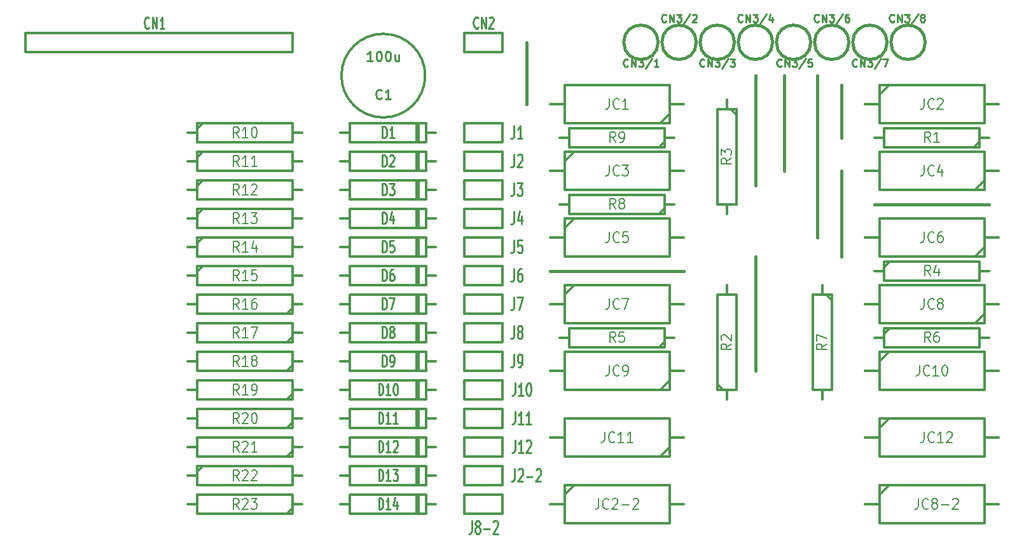
<source format=gbr>
G04 #@! TF.FileFunction,Legend,Top*
%FSLAX46Y46*%
G04 Gerber Fmt 4.6, Leading zero omitted, Abs format (unit mm)*
G04 Created by KiCad (PCBNEW 4.0.5+dfsg1-4+deb9u1) date Sun Sep  4 20:08:47 2022*
%MOMM*%
%LPD*%
G01*
G04 APERTURE LIST*
%ADD10C,0.100000*%
%ADD11C,0.381000*%
%ADD12C,0.304800*%
%ADD13C,0.254000*%
%ADD14C,0.203200*%
%ADD15C,0.271780*%
G04 APERTURE END LIST*
D10*
D11*
X180975000Y-104140000D02*
X180975000Y-119380000D01*
X171450000Y-106045000D02*
X153670000Y-106045000D01*
X196850000Y-97155000D02*
X212090000Y-97155000D01*
X192405000Y-92710000D02*
X192405000Y-104140000D01*
X192405000Y-81280000D02*
X192405000Y-88265000D01*
X189230000Y-80010000D02*
X189230000Y-101600000D01*
X184785000Y-80010000D02*
X184785000Y-92710000D01*
X180975000Y-80010000D02*
X180975000Y-94615000D01*
X150495000Y-75565000D02*
X150495000Y-83820000D01*
D12*
X137021443Y-80010000D02*
G75*
G03X137021443Y-80010000I-5576443J0D01*
G01*
X138430000Y-137160000D02*
X137160000Y-137160000D01*
X137160000Y-137160000D02*
X137160000Y-135890000D01*
X137160000Y-135890000D02*
X127000000Y-135890000D01*
X127000000Y-135890000D02*
X127000000Y-137160000D01*
X127000000Y-137160000D02*
X125730000Y-137160000D01*
X127000000Y-137160000D02*
X127000000Y-138430000D01*
X127000000Y-138430000D02*
X137160000Y-138430000D01*
X137160000Y-138430000D02*
X137160000Y-137160000D01*
X135890000Y-135890000D02*
X135890000Y-138430000D01*
X136144000Y-135890000D02*
X136144000Y-138430000D01*
X138430000Y-133350000D02*
X137160000Y-133350000D01*
X137160000Y-133350000D02*
X137160000Y-132080000D01*
X137160000Y-132080000D02*
X127000000Y-132080000D01*
X127000000Y-132080000D02*
X127000000Y-133350000D01*
X127000000Y-133350000D02*
X125730000Y-133350000D01*
X127000000Y-133350000D02*
X127000000Y-134620000D01*
X127000000Y-134620000D02*
X137160000Y-134620000D01*
X137160000Y-134620000D02*
X137160000Y-133350000D01*
X135890000Y-132080000D02*
X135890000Y-134620000D01*
X136144000Y-132080000D02*
X136144000Y-134620000D01*
X138430000Y-129540000D02*
X137160000Y-129540000D01*
X137160000Y-129540000D02*
X137160000Y-128270000D01*
X137160000Y-128270000D02*
X127000000Y-128270000D01*
X127000000Y-128270000D02*
X127000000Y-129540000D01*
X127000000Y-129540000D02*
X125730000Y-129540000D01*
X127000000Y-129540000D02*
X127000000Y-130810000D01*
X127000000Y-130810000D02*
X137160000Y-130810000D01*
X137160000Y-130810000D02*
X137160000Y-129540000D01*
X135890000Y-128270000D02*
X135890000Y-130810000D01*
X136144000Y-128270000D02*
X136144000Y-130810000D01*
X138430000Y-125730000D02*
X137160000Y-125730000D01*
X137160000Y-125730000D02*
X137160000Y-124460000D01*
X137160000Y-124460000D02*
X127000000Y-124460000D01*
X127000000Y-124460000D02*
X127000000Y-125730000D01*
X127000000Y-125730000D02*
X125730000Y-125730000D01*
X127000000Y-125730000D02*
X127000000Y-127000000D01*
X127000000Y-127000000D02*
X137160000Y-127000000D01*
X137160000Y-127000000D02*
X137160000Y-125730000D01*
X135890000Y-124460000D02*
X135890000Y-127000000D01*
X136144000Y-124460000D02*
X136144000Y-127000000D01*
X138430000Y-121920000D02*
X137160000Y-121920000D01*
X137160000Y-121920000D02*
X137160000Y-120650000D01*
X137160000Y-120650000D02*
X127000000Y-120650000D01*
X127000000Y-120650000D02*
X127000000Y-121920000D01*
X127000000Y-121920000D02*
X125730000Y-121920000D01*
X127000000Y-121920000D02*
X127000000Y-123190000D01*
X127000000Y-123190000D02*
X137160000Y-123190000D01*
X137160000Y-123190000D02*
X137160000Y-121920000D01*
X135890000Y-120650000D02*
X135890000Y-123190000D01*
X136144000Y-120650000D02*
X136144000Y-123190000D01*
X138430000Y-118110000D02*
X137160000Y-118110000D01*
X137160000Y-118110000D02*
X137160000Y-116840000D01*
X137160000Y-116840000D02*
X127000000Y-116840000D01*
X127000000Y-116840000D02*
X127000000Y-118110000D01*
X127000000Y-118110000D02*
X125730000Y-118110000D01*
X127000000Y-118110000D02*
X127000000Y-119380000D01*
X127000000Y-119380000D02*
X137160000Y-119380000D01*
X137160000Y-119380000D02*
X137160000Y-118110000D01*
X135890000Y-116840000D02*
X135890000Y-119380000D01*
X136144000Y-116840000D02*
X136144000Y-119380000D01*
X138430000Y-114300000D02*
X137160000Y-114300000D01*
X137160000Y-114300000D02*
X137160000Y-113030000D01*
X137160000Y-113030000D02*
X127000000Y-113030000D01*
X127000000Y-113030000D02*
X127000000Y-114300000D01*
X127000000Y-114300000D02*
X125730000Y-114300000D01*
X127000000Y-114300000D02*
X127000000Y-115570000D01*
X127000000Y-115570000D02*
X137160000Y-115570000D01*
X137160000Y-115570000D02*
X137160000Y-114300000D01*
X135890000Y-113030000D02*
X135890000Y-115570000D01*
X136144000Y-113030000D02*
X136144000Y-115570000D01*
X138430000Y-110490000D02*
X137160000Y-110490000D01*
X137160000Y-110490000D02*
X137160000Y-109220000D01*
X137160000Y-109220000D02*
X127000000Y-109220000D01*
X127000000Y-109220000D02*
X127000000Y-110490000D01*
X127000000Y-110490000D02*
X125730000Y-110490000D01*
X127000000Y-110490000D02*
X127000000Y-111760000D01*
X127000000Y-111760000D02*
X137160000Y-111760000D01*
X137160000Y-111760000D02*
X137160000Y-110490000D01*
X135890000Y-109220000D02*
X135890000Y-111760000D01*
X136144000Y-109220000D02*
X136144000Y-111760000D01*
X138430000Y-106680000D02*
X137160000Y-106680000D01*
X137160000Y-106680000D02*
X137160000Y-105410000D01*
X137160000Y-105410000D02*
X127000000Y-105410000D01*
X127000000Y-105410000D02*
X127000000Y-106680000D01*
X127000000Y-106680000D02*
X125730000Y-106680000D01*
X127000000Y-106680000D02*
X127000000Y-107950000D01*
X127000000Y-107950000D02*
X137160000Y-107950000D01*
X137160000Y-107950000D02*
X137160000Y-106680000D01*
X135890000Y-105410000D02*
X135890000Y-107950000D01*
X136144000Y-105410000D02*
X136144000Y-107950000D01*
X138430000Y-102870000D02*
X137160000Y-102870000D01*
X137160000Y-102870000D02*
X137160000Y-101600000D01*
X137160000Y-101600000D02*
X127000000Y-101600000D01*
X127000000Y-101600000D02*
X127000000Y-102870000D01*
X127000000Y-102870000D02*
X125730000Y-102870000D01*
X127000000Y-102870000D02*
X127000000Y-104140000D01*
X127000000Y-104140000D02*
X137160000Y-104140000D01*
X137160000Y-104140000D02*
X137160000Y-102870000D01*
X135890000Y-101600000D02*
X135890000Y-104140000D01*
X136144000Y-101600000D02*
X136144000Y-104140000D01*
X138430000Y-99060000D02*
X137160000Y-99060000D01*
X137160000Y-99060000D02*
X137160000Y-97790000D01*
X137160000Y-97790000D02*
X127000000Y-97790000D01*
X127000000Y-97790000D02*
X127000000Y-99060000D01*
X127000000Y-99060000D02*
X125730000Y-99060000D01*
X127000000Y-99060000D02*
X127000000Y-100330000D01*
X127000000Y-100330000D02*
X137160000Y-100330000D01*
X137160000Y-100330000D02*
X137160000Y-99060000D01*
X135890000Y-97790000D02*
X135890000Y-100330000D01*
X136144000Y-97790000D02*
X136144000Y-100330000D01*
X138430000Y-95250000D02*
X137160000Y-95250000D01*
X137160000Y-95250000D02*
X137160000Y-93980000D01*
X137160000Y-93980000D02*
X127000000Y-93980000D01*
X127000000Y-93980000D02*
X127000000Y-95250000D01*
X127000000Y-95250000D02*
X125730000Y-95250000D01*
X127000000Y-95250000D02*
X127000000Y-96520000D01*
X127000000Y-96520000D02*
X137160000Y-96520000D01*
X137160000Y-96520000D02*
X137160000Y-95250000D01*
X135890000Y-93980000D02*
X135890000Y-96520000D01*
X136144000Y-93980000D02*
X136144000Y-96520000D01*
X138430000Y-91440000D02*
X137160000Y-91440000D01*
X137160000Y-91440000D02*
X137160000Y-90170000D01*
X137160000Y-90170000D02*
X127000000Y-90170000D01*
X127000000Y-90170000D02*
X127000000Y-91440000D01*
X127000000Y-91440000D02*
X125730000Y-91440000D01*
X127000000Y-91440000D02*
X127000000Y-92710000D01*
X127000000Y-92710000D02*
X137160000Y-92710000D01*
X137160000Y-92710000D02*
X137160000Y-91440000D01*
X135890000Y-90170000D02*
X135890000Y-92710000D01*
X136144000Y-90170000D02*
X136144000Y-92710000D01*
X138430000Y-87630000D02*
X137160000Y-87630000D01*
X137160000Y-87630000D02*
X137160000Y-86360000D01*
X137160000Y-86360000D02*
X127000000Y-86360000D01*
X127000000Y-86360000D02*
X127000000Y-87630000D01*
X127000000Y-87630000D02*
X125730000Y-87630000D01*
X127000000Y-87630000D02*
X127000000Y-88900000D01*
X127000000Y-88900000D02*
X137160000Y-88900000D01*
X137160000Y-88900000D02*
X137160000Y-87630000D01*
X135890000Y-86360000D02*
X135890000Y-88900000D01*
X136144000Y-86360000D02*
X136144000Y-88900000D01*
X119380000Y-138430000D02*
X106680000Y-138430000D01*
X106680000Y-138430000D02*
X106680000Y-135890000D01*
X106680000Y-135890000D02*
X119380000Y-135890000D01*
X106680000Y-137160000D02*
X105410000Y-137160000D01*
X120650000Y-137160000D02*
X119380000Y-137160000D01*
X119380000Y-137668000D02*
X118618000Y-138430000D01*
X119380000Y-138430000D02*
X119380000Y-135890000D01*
X106680000Y-132080000D02*
X119380000Y-132080000D01*
X119380000Y-132080000D02*
X119380000Y-134620000D01*
X119380000Y-134620000D02*
X106680000Y-134620000D01*
X119380000Y-133350000D02*
X120650000Y-133350000D01*
X105410000Y-133350000D02*
X106680000Y-133350000D01*
X106680000Y-132842000D02*
X107442000Y-132080000D01*
X106680000Y-132080000D02*
X106680000Y-134620000D01*
X119380000Y-130810000D02*
X106680000Y-130810000D01*
X106680000Y-130810000D02*
X106680000Y-128270000D01*
X106680000Y-128270000D02*
X119380000Y-128270000D01*
X106680000Y-129540000D02*
X105410000Y-129540000D01*
X120650000Y-129540000D02*
X119380000Y-129540000D01*
X119380000Y-130048000D02*
X118618000Y-130810000D01*
X119380000Y-130810000D02*
X119380000Y-128270000D01*
X119380000Y-127000000D02*
X106680000Y-127000000D01*
X106680000Y-127000000D02*
X106680000Y-124460000D01*
X106680000Y-124460000D02*
X119380000Y-124460000D01*
X106680000Y-125730000D02*
X105410000Y-125730000D01*
X120650000Y-125730000D02*
X119380000Y-125730000D01*
X119380000Y-126238000D02*
X118618000Y-127000000D01*
X119380000Y-127000000D02*
X119380000Y-124460000D01*
X119380000Y-123190000D02*
X106680000Y-123190000D01*
X106680000Y-123190000D02*
X106680000Y-120650000D01*
X106680000Y-120650000D02*
X119380000Y-120650000D01*
X106680000Y-121920000D02*
X105410000Y-121920000D01*
X120650000Y-121920000D02*
X119380000Y-121920000D01*
X119380000Y-122428000D02*
X118618000Y-123190000D01*
X119380000Y-123190000D02*
X119380000Y-120650000D01*
X119380000Y-119380000D02*
X106680000Y-119380000D01*
X106680000Y-119380000D02*
X106680000Y-116840000D01*
X106680000Y-116840000D02*
X119380000Y-116840000D01*
X106680000Y-118110000D02*
X105410000Y-118110000D01*
X120650000Y-118110000D02*
X119380000Y-118110000D01*
X119380000Y-118618000D02*
X118618000Y-119380000D01*
X119380000Y-119380000D02*
X119380000Y-116840000D01*
X119380000Y-115570000D02*
X106680000Y-115570000D01*
X106680000Y-115570000D02*
X106680000Y-113030000D01*
X106680000Y-113030000D02*
X119380000Y-113030000D01*
X106680000Y-114300000D02*
X105410000Y-114300000D01*
X120650000Y-114300000D02*
X119380000Y-114300000D01*
X119380000Y-114808000D02*
X118618000Y-115570000D01*
X119380000Y-115570000D02*
X119380000Y-113030000D01*
X119380000Y-111760000D02*
X106680000Y-111760000D01*
X106680000Y-111760000D02*
X106680000Y-109220000D01*
X106680000Y-109220000D02*
X119380000Y-109220000D01*
X106680000Y-110490000D02*
X105410000Y-110490000D01*
X120650000Y-110490000D02*
X119380000Y-110490000D01*
X119380000Y-110998000D02*
X118618000Y-111760000D01*
X119380000Y-111760000D02*
X119380000Y-109220000D01*
X106680000Y-105410000D02*
X119380000Y-105410000D01*
X119380000Y-105410000D02*
X119380000Y-107950000D01*
X119380000Y-107950000D02*
X106680000Y-107950000D01*
X119380000Y-106680000D02*
X120650000Y-106680000D01*
X105410000Y-106680000D02*
X106680000Y-106680000D01*
X106680000Y-106172000D02*
X107442000Y-105410000D01*
X106680000Y-105410000D02*
X106680000Y-107950000D01*
X106680000Y-101600000D02*
X119380000Y-101600000D01*
X119380000Y-101600000D02*
X119380000Y-104140000D01*
X119380000Y-104140000D02*
X106680000Y-104140000D01*
X119380000Y-102870000D02*
X120650000Y-102870000D01*
X105410000Y-102870000D02*
X106680000Y-102870000D01*
X106680000Y-102362000D02*
X107442000Y-101600000D01*
X106680000Y-101600000D02*
X106680000Y-104140000D01*
X106680000Y-97790000D02*
X119380000Y-97790000D01*
X119380000Y-97790000D02*
X119380000Y-100330000D01*
X119380000Y-100330000D02*
X106680000Y-100330000D01*
X119380000Y-99060000D02*
X120650000Y-99060000D01*
X105410000Y-99060000D02*
X106680000Y-99060000D01*
X106680000Y-98552000D02*
X107442000Y-97790000D01*
X106680000Y-97790000D02*
X106680000Y-100330000D01*
X106680000Y-93980000D02*
X119380000Y-93980000D01*
X119380000Y-93980000D02*
X119380000Y-96520000D01*
X119380000Y-96520000D02*
X106680000Y-96520000D01*
X119380000Y-95250000D02*
X120650000Y-95250000D01*
X105410000Y-95250000D02*
X106680000Y-95250000D01*
X106680000Y-94742000D02*
X107442000Y-93980000D01*
X106680000Y-93980000D02*
X106680000Y-96520000D01*
X106680000Y-90170000D02*
X119380000Y-90170000D01*
X119380000Y-90170000D02*
X119380000Y-92710000D01*
X119380000Y-92710000D02*
X106680000Y-92710000D01*
X119380000Y-91440000D02*
X120650000Y-91440000D01*
X105410000Y-91440000D02*
X106680000Y-91440000D01*
X106680000Y-90932000D02*
X107442000Y-90170000D01*
X106680000Y-90170000D02*
X106680000Y-92710000D01*
X106680000Y-86360000D02*
X119380000Y-86360000D01*
X119380000Y-86360000D02*
X119380000Y-88900000D01*
X119380000Y-88900000D02*
X106680000Y-88900000D01*
X119380000Y-87630000D02*
X120650000Y-87630000D01*
X105410000Y-87630000D02*
X106680000Y-87630000D01*
X106680000Y-87122000D02*
X107442000Y-86360000D01*
X106680000Y-86360000D02*
X106680000Y-88900000D01*
X168910000Y-89535000D02*
X156210000Y-89535000D01*
X156210000Y-89535000D02*
X156210000Y-86995000D01*
X156210000Y-86995000D02*
X168910000Y-86995000D01*
X156210000Y-88265000D02*
X154940000Y-88265000D01*
X170180000Y-88265000D02*
X168910000Y-88265000D01*
X168910000Y-88773000D02*
X168148000Y-89535000D01*
X168910000Y-89535000D02*
X168910000Y-86995000D01*
X168910000Y-98425000D02*
X156210000Y-98425000D01*
X156210000Y-98425000D02*
X156210000Y-95885000D01*
X156210000Y-95885000D02*
X168910000Y-95885000D01*
X156210000Y-97155000D02*
X154940000Y-97155000D01*
X170180000Y-97155000D02*
X168910000Y-97155000D01*
X168910000Y-97663000D02*
X168148000Y-98425000D01*
X168910000Y-98425000D02*
X168910000Y-95885000D01*
X191135000Y-109220000D02*
X191135000Y-121920000D01*
X191135000Y-121920000D02*
X188595000Y-121920000D01*
X188595000Y-121920000D02*
X188595000Y-109220000D01*
X189865000Y-121920000D02*
X189865000Y-123190000D01*
X189865000Y-107950000D02*
X189865000Y-109220000D01*
X190373000Y-109220000D02*
X191135000Y-109982000D01*
X191135000Y-109220000D02*
X188595000Y-109220000D01*
X198120000Y-113665000D02*
X210820000Y-113665000D01*
X210820000Y-113665000D02*
X210820000Y-116205000D01*
X210820000Y-116205000D02*
X198120000Y-116205000D01*
X210820000Y-114935000D02*
X212090000Y-114935000D01*
X196850000Y-114935000D02*
X198120000Y-114935000D01*
X198120000Y-114427000D02*
X198882000Y-113665000D01*
X198120000Y-113665000D02*
X198120000Y-116205000D01*
X168910000Y-116205000D02*
X156210000Y-116205000D01*
X156210000Y-116205000D02*
X156210000Y-113665000D01*
X156210000Y-113665000D02*
X168910000Y-113665000D01*
X156210000Y-114935000D02*
X154940000Y-114935000D01*
X170180000Y-114935000D02*
X168910000Y-114935000D01*
X168910000Y-115443000D02*
X168148000Y-116205000D01*
X168910000Y-116205000D02*
X168910000Y-113665000D01*
X198120000Y-104775000D02*
X210820000Y-104775000D01*
X210820000Y-104775000D02*
X210820000Y-107315000D01*
X210820000Y-107315000D02*
X198120000Y-107315000D01*
X210820000Y-106045000D02*
X212090000Y-106045000D01*
X196850000Y-106045000D02*
X198120000Y-106045000D01*
X198120000Y-105537000D02*
X198882000Y-104775000D01*
X198120000Y-104775000D02*
X198120000Y-107315000D01*
X178435000Y-84455000D02*
X178435000Y-97155000D01*
X178435000Y-97155000D02*
X175895000Y-97155000D01*
X175895000Y-97155000D02*
X175895000Y-84455000D01*
X177165000Y-97155000D02*
X177165000Y-98425000D01*
X177165000Y-83185000D02*
X177165000Y-84455000D01*
X177673000Y-84455000D02*
X178435000Y-85217000D01*
X178435000Y-84455000D02*
X175895000Y-84455000D01*
X175895000Y-121920000D02*
X175895000Y-109220000D01*
X175895000Y-109220000D02*
X178435000Y-109220000D01*
X178435000Y-109220000D02*
X178435000Y-121920000D01*
X177165000Y-109220000D02*
X177165000Y-107950000D01*
X177165000Y-123190000D02*
X177165000Y-121920000D01*
X176657000Y-121920000D02*
X175895000Y-121158000D01*
X175895000Y-121920000D02*
X178435000Y-121920000D01*
X210820000Y-89535000D02*
X198120000Y-89535000D01*
X198120000Y-89535000D02*
X198120000Y-86995000D01*
X198120000Y-86995000D02*
X210820000Y-86995000D01*
X198120000Y-88265000D02*
X196850000Y-88265000D01*
X212090000Y-88265000D02*
X210820000Y-88265000D01*
X210820000Y-88773000D02*
X210058000Y-89535000D01*
X210820000Y-89535000D02*
X210820000Y-86995000D01*
X195580000Y-128270000D02*
X195580000Y-128270000D01*
X195580000Y-128270000D02*
X195580000Y-128270000D01*
X211455000Y-128270000D02*
X213360000Y-128270000D01*
X213360000Y-128270000D02*
X213360000Y-128270000D01*
X211455000Y-130810000D02*
X197485000Y-130810000D01*
X197485000Y-125730000D02*
X211455000Y-125730000D01*
X197485000Y-127000000D02*
X198755000Y-125730000D01*
X211455000Y-125730000D02*
X211455000Y-130810000D01*
X197485000Y-125730000D02*
X197485000Y-130810000D01*
X195580000Y-128270000D02*
X197485000Y-128270000D01*
X171450000Y-128270000D02*
X171450000Y-128270000D01*
X171450000Y-128270000D02*
X171450000Y-128270000D01*
X155575000Y-128270000D02*
X153670000Y-128270000D01*
X153670000Y-128270000D02*
X153670000Y-128270000D01*
X155575000Y-125730000D02*
X169545000Y-125730000D01*
X169545000Y-130810000D02*
X155575000Y-130810000D01*
X169545000Y-129540000D02*
X168275000Y-130810000D01*
X155575000Y-130810000D02*
X155575000Y-125730000D01*
X169545000Y-130810000D02*
X169545000Y-125730000D01*
X171450000Y-128270000D02*
X169545000Y-128270000D01*
X195580000Y-119380000D02*
X195580000Y-119380000D01*
X195580000Y-119380000D02*
X195580000Y-119380000D01*
X211455000Y-119380000D02*
X213360000Y-119380000D01*
X213360000Y-119380000D02*
X213360000Y-119380000D01*
X211455000Y-121920000D02*
X197485000Y-121920000D01*
X197485000Y-116840000D02*
X211455000Y-116840000D01*
X197485000Y-118110000D02*
X198755000Y-116840000D01*
X211455000Y-116840000D02*
X211455000Y-121920000D01*
X197485000Y-116840000D02*
X197485000Y-121920000D01*
X195580000Y-119380000D02*
X197485000Y-119380000D01*
X171450000Y-119380000D02*
X171450000Y-119380000D01*
X171450000Y-119380000D02*
X171450000Y-119380000D01*
X155575000Y-119380000D02*
X153670000Y-119380000D01*
X153670000Y-119380000D02*
X153670000Y-119380000D01*
X155575000Y-116840000D02*
X169545000Y-116840000D01*
X169545000Y-121920000D02*
X155575000Y-121920000D01*
X169545000Y-120650000D02*
X168275000Y-121920000D01*
X155575000Y-121920000D02*
X155575000Y-116840000D01*
X169545000Y-121920000D02*
X169545000Y-116840000D01*
X171450000Y-119380000D02*
X169545000Y-119380000D01*
X195580000Y-137160000D02*
X195580000Y-137160000D01*
X195580000Y-137160000D02*
X195580000Y-137160000D01*
X211455000Y-137160000D02*
X213360000Y-137160000D01*
X213360000Y-137160000D02*
X213360000Y-137160000D01*
X211455000Y-139700000D02*
X197485000Y-139700000D01*
X197485000Y-134620000D02*
X211455000Y-134620000D01*
X197485000Y-135890000D02*
X198755000Y-134620000D01*
X211455000Y-134620000D02*
X211455000Y-139700000D01*
X197485000Y-134620000D02*
X197485000Y-139700000D01*
X195580000Y-137160000D02*
X197485000Y-137160000D01*
X213360000Y-110490000D02*
X213360000Y-110490000D01*
X213360000Y-110490000D02*
X213360000Y-110490000D01*
X197485000Y-110490000D02*
X195580000Y-110490000D01*
X195580000Y-110490000D02*
X195580000Y-110490000D01*
X197485000Y-107950000D02*
X211455000Y-107950000D01*
X211455000Y-113030000D02*
X197485000Y-113030000D01*
X211455000Y-111760000D02*
X210185000Y-113030000D01*
X197485000Y-113030000D02*
X197485000Y-107950000D01*
X211455000Y-113030000D02*
X211455000Y-107950000D01*
X213360000Y-110490000D02*
X211455000Y-110490000D01*
X153670000Y-110490000D02*
X153670000Y-110490000D01*
X153670000Y-110490000D02*
X153670000Y-110490000D01*
X169545000Y-110490000D02*
X171450000Y-110490000D01*
X171450000Y-110490000D02*
X171450000Y-110490000D01*
X169545000Y-113030000D02*
X155575000Y-113030000D01*
X155575000Y-107950000D02*
X169545000Y-107950000D01*
X155575000Y-109220000D02*
X156845000Y-107950000D01*
X169545000Y-107950000D02*
X169545000Y-113030000D01*
X155575000Y-107950000D02*
X155575000Y-113030000D01*
X153670000Y-110490000D02*
X155575000Y-110490000D01*
X213360000Y-101600000D02*
X213360000Y-101600000D01*
X213360000Y-101600000D02*
X213360000Y-101600000D01*
X197485000Y-101600000D02*
X195580000Y-101600000D01*
X195580000Y-101600000D02*
X195580000Y-101600000D01*
X197485000Y-99060000D02*
X211455000Y-99060000D01*
X211455000Y-104140000D02*
X197485000Y-104140000D01*
X211455000Y-102870000D02*
X210185000Y-104140000D01*
X197485000Y-104140000D02*
X197485000Y-99060000D01*
X211455000Y-104140000D02*
X211455000Y-99060000D01*
X213360000Y-101600000D02*
X211455000Y-101600000D01*
X153670000Y-101600000D02*
X153670000Y-101600000D01*
X153670000Y-101600000D02*
X153670000Y-101600000D01*
X169545000Y-101600000D02*
X171450000Y-101600000D01*
X171450000Y-101600000D02*
X171450000Y-101600000D01*
X169545000Y-104140000D02*
X155575000Y-104140000D01*
X155575000Y-99060000D02*
X169545000Y-99060000D01*
X155575000Y-100330000D02*
X156845000Y-99060000D01*
X169545000Y-99060000D02*
X169545000Y-104140000D01*
X155575000Y-99060000D02*
X155575000Y-104140000D01*
X153670000Y-101600000D02*
X155575000Y-101600000D01*
X213360000Y-92710000D02*
X213360000Y-92710000D01*
X213360000Y-92710000D02*
X213360000Y-92710000D01*
X197485000Y-92710000D02*
X195580000Y-92710000D01*
X195580000Y-92710000D02*
X195580000Y-92710000D01*
X197485000Y-90170000D02*
X211455000Y-90170000D01*
X211455000Y-95250000D02*
X197485000Y-95250000D01*
X211455000Y-93980000D02*
X210185000Y-95250000D01*
X197485000Y-95250000D02*
X197485000Y-90170000D01*
X211455000Y-95250000D02*
X211455000Y-90170000D01*
X213360000Y-92710000D02*
X211455000Y-92710000D01*
X153670000Y-92710000D02*
X153670000Y-92710000D01*
X153670000Y-92710000D02*
X153670000Y-92710000D01*
X169545000Y-92710000D02*
X171450000Y-92710000D01*
X171450000Y-92710000D02*
X171450000Y-92710000D01*
X169545000Y-95250000D02*
X155575000Y-95250000D01*
X155575000Y-90170000D02*
X169545000Y-90170000D01*
X155575000Y-91440000D02*
X156845000Y-90170000D01*
X169545000Y-90170000D02*
X169545000Y-95250000D01*
X155575000Y-90170000D02*
X155575000Y-95250000D01*
X153670000Y-92710000D02*
X155575000Y-92710000D01*
X153670000Y-137160000D02*
X153670000Y-137160000D01*
X153670000Y-137160000D02*
X153670000Y-137160000D01*
X169545000Y-137160000D02*
X171450000Y-137160000D01*
X171450000Y-137160000D02*
X171450000Y-137160000D01*
X169545000Y-139700000D02*
X155575000Y-139700000D01*
X155575000Y-134620000D02*
X169545000Y-134620000D01*
X155575000Y-135890000D02*
X156845000Y-134620000D01*
X169545000Y-134620000D02*
X169545000Y-139700000D01*
X155575000Y-134620000D02*
X155575000Y-139700000D01*
X153670000Y-137160000D02*
X155575000Y-137160000D01*
X195580000Y-83820000D02*
X195580000Y-83820000D01*
X195580000Y-83820000D02*
X195580000Y-83820000D01*
X211455000Y-83820000D02*
X213360000Y-83820000D01*
X213360000Y-83820000D02*
X213360000Y-83820000D01*
X211455000Y-86360000D02*
X197485000Y-86360000D01*
X197485000Y-81280000D02*
X211455000Y-81280000D01*
X197485000Y-82550000D02*
X198755000Y-81280000D01*
X211455000Y-81280000D02*
X211455000Y-86360000D01*
X197485000Y-81280000D02*
X197485000Y-86360000D01*
X195580000Y-83820000D02*
X197485000Y-83820000D01*
X171450000Y-83820000D02*
X171450000Y-83820000D01*
X171450000Y-83820000D02*
X171450000Y-83820000D01*
X155575000Y-83820000D02*
X153670000Y-83820000D01*
X153670000Y-83820000D02*
X153670000Y-83820000D01*
X155575000Y-81280000D02*
X169545000Y-81280000D01*
X169545000Y-86360000D02*
X155575000Y-86360000D01*
X169545000Y-85090000D02*
X168275000Y-86360000D01*
X155575000Y-86360000D02*
X155575000Y-81280000D01*
X169545000Y-86360000D02*
X169545000Y-81280000D01*
X171450000Y-83820000D02*
X169545000Y-83820000D01*
X147320000Y-128270000D02*
X147320000Y-130810000D01*
X147320000Y-130810000D02*
X142240000Y-130810000D01*
X142240000Y-130810000D02*
X142240000Y-128270000D01*
X142240000Y-128270000D02*
X147320000Y-128270000D01*
X147320000Y-124460000D02*
X147320000Y-127000000D01*
X147320000Y-127000000D02*
X142240000Y-127000000D01*
X142240000Y-127000000D02*
X142240000Y-124460000D01*
X142240000Y-124460000D02*
X147320000Y-124460000D01*
X147320000Y-120650000D02*
X147320000Y-123190000D01*
X147320000Y-123190000D02*
X142240000Y-123190000D01*
X142240000Y-123190000D02*
X142240000Y-120650000D01*
X142240000Y-120650000D02*
X147320000Y-120650000D01*
X147320000Y-116840000D02*
X147320000Y-119380000D01*
X147320000Y-119380000D02*
X142240000Y-119380000D01*
X142240000Y-119380000D02*
X142240000Y-116840000D01*
X142240000Y-116840000D02*
X147320000Y-116840000D01*
X147320000Y-135890000D02*
X147320000Y-138430000D01*
X147320000Y-138430000D02*
X142240000Y-138430000D01*
X142240000Y-138430000D02*
X142240000Y-135890000D01*
X142240000Y-135890000D02*
X147320000Y-135890000D01*
X147320000Y-113030000D02*
X147320000Y-115570000D01*
X147320000Y-115570000D02*
X142240000Y-115570000D01*
X142240000Y-115570000D02*
X142240000Y-113030000D01*
X142240000Y-113030000D02*
X147320000Y-113030000D01*
X147320000Y-109220000D02*
X147320000Y-111760000D01*
X147320000Y-111760000D02*
X142240000Y-111760000D01*
X142240000Y-111760000D02*
X142240000Y-109220000D01*
X142240000Y-109220000D02*
X147320000Y-109220000D01*
X147320000Y-105410000D02*
X147320000Y-107950000D01*
X147320000Y-107950000D02*
X142240000Y-107950000D01*
X142240000Y-107950000D02*
X142240000Y-105410000D01*
X142240000Y-105410000D02*
X147320000Y-105410000D01*
X147320000Y-101600000D02*
X147320000Y-104140000D01*
X147320000Y-104140000D02*
X142240000Y-104140000D01*
X142240000Y-104140000D02*
X142240000Y-101600000D01*
X142240000Y-101600000D02*
X147320000Y-101600000D01*
X147320000Y-97790000D02*
X147320000Y-100330000D01*
X147320000Y-100330000D02*
X142240000Y-100330000D01*
X142240000Y-100330000D02*
X142240000Y-97790000D01*
X142240000Y-97790000D02*
X147320000Y-97790000D01*
X147320000Y-93980000D02*
X147320000Y-96520000D01*
X147320000Y-96520000D02*
X142240000Y-96520000D01*
X142240000Y-96520000D02*
X142240000Y-93980000D01*
X142240000Y-93980000D02*
X147320000Y-93980000D01*
X147320000Y-132080000D02*
X147320000Y-134620000D01*
X147320000Y-134620000D02*
X142240000Y-134620000D01*
X142240000Y-134620000D02*
X142240000Y-132080000D01*
X142240000Y-132080000D02*
X147320000Y-132080000D01*
X147320000Y-90170000D02*
X147320000Y-92710000D01*
X147320000Y-92710000D02*
X142240000Y-92710000D01*
X142240000Y-92710000D02*
X142240000Y-90170000D01*
X142240000Y-90170000D02*
X147320000Y-90170000D01*
X147320000Y-86360000D02*
X147320000Y-88900000D01*
X147320000Y-88900000D02*
X142240000Y-88900000D01*
X142240000Y-88900000D02*
X142240000Y-86360000D01*
X142240000Y-86360000D02*
X147320000Y-86360000D01*
D11*
X203581000Y-75565000D02*
G75*
G03X203581000Y-75565000I-2286000J0D01*
G01*
X198501000Y-75565000D02*
G75*
G03X198501000Y-75565000I-2286000J0D01*
G01*
X193421000Y-75565000D02*
G75*
G03X193421000Y-75565000I-2286000J0D01*
G01*
D12*
X83820000Y-74295000D02*
X119380000Y-74295000D01*
X119380000Y-74295000D02*
X119380000Y-76835000D01*
X119380000Y-76835000D02*
X83820000Y-76835000D01*
X83820000Y-76835000D02*
X83820000Y-74295000D01*
X147320000Y-74295000D02*
X147320000Y-76835000D01*
X147320000Y-76835000D02*
X142240000Y-76835000D01*
X142240000Y-76835000D02*
X142240000Y-74295000D01*
X142240000Y-74295000D02*
X147320000Y-74295000D01*
D11*
X168021000Y-75565000D02*
G75*
G03X168021000Y-75565000I-2286000J0D01*
G01*
X173101000Y-75565000D02*
G75*
G03X173101000Y-75565000I-2286000J0D01*
G01*
X178181000Y-75565000D02*
G75*
G03X178181000Y-75565000I-2286000J0D01*
G01*
X183261000Y-75565000D02*
G75*
G03X183261000Y-75565000I-2286000J0D01*
G01*
X188341000Y-75565000D02*
G75*
G03X188341000Y-75565000I-2286000J0D01*
G01*
D13*
X131233333Y-83003571D02*
X131172857Y-83064048D01*
X130991428Y-83124524D01*
X130870476Y-83124524D01*
X130689048Y-83064048D01*
X130568095Y-82943095D01*
X130507619Y-82822143D01*
X130447143Y-82580238D01*
X130447143Y-82398810D01*
X130507619Y-82156905D01*
X130568095Y-82035952D01*
X130689048Y-81915000D01*
X130870476Y-81854524D01*
X130991428Y-81854524D01*
X131172857Y-81915000D01*
X131233333Y-81975476D01*
X132442857Y-83124524D02*
X131717143Y-83124524D01*
X132080000Y-83124524D02*
X132080000Y-81854524D01*
X131959048Y-82035952D01*
X131838095Y-82156905D01*
X131717143Y-82217381D01*
X130023809Y-78044524D02*
X129298095Y-78044524D01*
X129660952Y-78044524D02*
X129660952Y-76774524D01*
X129540000Y-76955952D01*
X129419047Y-77076905D01*
X129298095Y-77137381D01*
X130810000Y-76774524D02*
X130930952Y-76774524D01*
X131051904Y-76835000D01*
X131112381Y-76895476D01*
X131172857Y-77016429D01*
X131233333Y-77258333D01*
X131233333Y-77560714D01*
X131172857Y-77802619D01*
X131112381Y-77923571D01*
X131051904Y-77984048D01*
X130930952Y-78044524D01*
X130810000Y-78044524D01*
X130689047Y-77984048D01*
X130628571Y-77923571D01*
X130568095Y-77802619D01*
X130507619Y-77560714D01*
X130507619Y-77258333D01*
X130568095Y-77016429D01*
X130628571Y-76895476D01*
X130689047Y-76835000D01*
X130810000Y-76774524D01*
X132019524Y-76774524D02*
X132140476Y-76774524D01*
X132261428Y-76835000D01*
X132321905Y-76895476D01*
X132382381Y-77016429D01*
X132442857Y-77258333D01*
X132442857Y-77560714D01*
X132382381Y-77802619D01*
X132321905Y-77923571D01*
X132261428Y-77984048D01*
X132140476Y-78044524D01*
X132019524Y-78044524D01*
X131898571Y-77984048D01*
X131838095Y-77923571D01*
X131777619Y-77802619D01*
X131717143Y-77560714D01*
X131717143Y-77258333D01*
X131777619Y-77016429D01*
X131838095Y-76895476D01*
X131898571Y-76835000D01*
X132019524Y-76774524D01*
X133531429Y-77197857D02*
X133531429Y-78044524D01*
X132987143Y-77197857D02*
X132987143Y-77863095D01*
X133047619Y-77984048D01*
X133168572Y-78044524D01*
X133350000Y-78044524D01*
X133470952Y-77984048D01*
X133531429Y-77923571D01*
X130846286Y-137849429D02*
X130846286Y-136325429D01*
X131088191Y-136325429D01*
X131233333Y-136398000D01*
X131330095Y-136543143D01*
X131378476Y-136688286D01*
X131426857Y-136978571D01*
X131426857Y-137196286D01*
X131378476Y-137486571D01*
X131330095Y-137631714D01*
X131233333Y-137776857D01*
X131088191Y-137849429D01*
X130846286Y-137849429D01*
X132394476Y-137849429D02*
X131813905Y-137849429D01*
X132104191Y-137849429D02*
X132104191Y-136325429D01*
X132007429Y-136543143D01*
X131910667Y-136688286D01*
X131813905Y-136760857D01*
X133265333Y-136833429D02*
X133265333Y-137849429D01*
X133023429Y-136252857D02*
X132781524Y-137341429D01*
X133410476Y-137341429D01*
D12*
D13*
X130846286Y-134039429D02*
X130846286Y-132515429D01*
X131088191Y-132515429D01*
X131233333Y-132588000D01*
X131330095Y-132733143D01*
X131378476Y-132878286D01*
X131426857Y-133168571D01*
X131426857Y-133386286D01*
X131378476Y-133676571D01*
X131330095Y-133821714D01*
X131233333Y-133966857D01*
X131088191Y-134039429D01*
X130846286Y-134039429D01*
X132394476Y-134039429D02*
X131813905Y-134039429D01*
X132104191Y-134039429D02*
X132104191Y-132515429D01*
X132007429Y-132733143D01*
X131910667Y-132878286D01*
X131813905Y-132950857D01*
X132733143Y-132515429D02*
X133362095Y-132515429D01*
X133023429Y-133096000D01*
X133168571Y-133096000D01*
X133265333Y-133168571D01*
X133313714Y-133241143D01*
X133362095Y-133386286D01*
X133362095Y-133749143D01*
X133313714Y-133894286D01*
X133265333Y-133966857D01*
X133168571Y-134039429D01*
X132878286Y-134039429D01*
X132781524Y-133966857D01*
X132733143Y-133894286D01*
D12*
D13*
X130846286Y-130229429D02*
X130846286Y-128705429D01*
X131088191Y-128705429D01*
X131233333Y-128778000D01*
X131330095Y-128923143D01*
X131378476Y-129068286D01*
X131426857Y-129358571D01*
X131426857Y-129576286D01*
X131378476Y-129866571D01*
X131330095Y-130011714D01*
X131233333Y-130156857D01*
X131088191Y-130229429D01*
X130846286Y-130229429D01*
X132394476Y-130229429D02*
X131813905Y-130229429D01*
X132104191Y-130229429D02*
X132104191Y-128705429D01*
X132007429Y-128923143D01*
X131910667Y-129068286D01*
X131813905Y-129140857D01*
X132781524Y-128850571D02*
X132829905Y-128778000D01*
X132926667Y-128705429D01*
X133168571Y-128705429D01*
X133265333Y-128778000D01*
X133313714Y-128850571D01*
X133362095Y-128995714D01*
X133362095Y-129140857D01*
X133313714Y-129358571D01*
X132733143Y-130229429D01*
X133362095Y-130229429D01*
D12*
D13*
X130846286Y-126419429D02*
X130846286Y-124895429D01*
X131088191Y-124895429D01*
X131233333Y-124968000D01*
X131330095Y-125113143D01*
X131378476Y-125258286D01*
X131426857Y-125548571D01*
X131426857Y-125766286D01*
X131378476Y-126056571D01*
X131330095Y-126201714D01*
X131233333Y-126346857D01*
X131088191Y-126419429D01*
X130846286Y-126419429D01*
X132394476Y-126419429D02*
X131813905Y-126419429D01*
X132104191Y-126419429D02*
X132104191Y-124895429D01*
X132007429Y-125113143D01*
X131910667Y-125258286D01*
X131813905Y-125330857D01*
X133362095Y-126419429D02*
X132781524Y-126419429D01*
X133071810Y-126419429D02*
X133071810Y-124895429D01*
X132975048Y-125113143D01*
X132878286Y-125258286D01*
X132781524Y-125330857D01*
D12*
D13*
X130846286Y-122609429D02*
X130846286Y-121085429D01*
X131088191Y-121085429D01*
X131233333Y-121158000D01*
X131330095Y-121303143D01*
X131378476Y-121448286D01*
X131426857Y-121738571D01*
X131426857Y-121956286D01*
X131378476Y-122246571D01*
X131330095Y-122391714D01*
X131233333Y-122536857D01*
X131088191Y-122609429D01*
X130846286Y-122609429D01*
X132394476Y-122609429D02*
X131813905Y-122609429D01*
X132104191Y-122609429D02*
X132104191Y-121085429D01*
X132007429Y-121303143D01*
X131910667Y-121448286D01*
X131813905Y-121520857D01*
X133023429Y-121085429D02*
X133120190Y-121085429D01*
X133216952Y-121158000D01*
X133265333Y-121230571D01*
X133313714Y-121375714D01*
X133362095Y-121666000D01*
X133362095Y-122028857D01*
X133313714Y-122319143D01*
X133265333Y-122464286D01*
X133216952Y-122536857D01*
X133120190Y-122609429D01*
X133023429Y-122609429D01*
X132926667Y-122536857D01*
X132878286Y-122464286D01*
X132829905Y-122319143D01*
X132781524Y-122028857D01*
X132781524Y-121666000D01*
X132829905Y-121375714D01*
X132878286Y-121230571D01*
X132926667Y-121158000D01*
X133023429Y-121085429D01*
D12*
D13*
X131330096Y-118799429D02*
X131330096Y-117275429D01*
X131572001Y-117275429D01*
X131717143Y-117348000D01*
X131813905Y-117493143D01*
X131862286Y-117638286D01*
X131910667Y-117928571D01*
X131910667Y-118146286D01*
X131862286Y-118436571D01*
X131813905Y-118581714D01*
X131717143Y-118726857D01*
X131572001Y-118799429D01*
X131330096Y-118799429D01*
X132394477Y-118799429D02*
X132588001Y-118799429D01*
X132684762Y-118726857D01*
X132733143Y-118654286D01*
X132829905Y-118436571D01*
X132878286Y-118146286D01*
X132878286Y-117565714D01*
X132829905Y-117420571D01*
X132781524Y-117348000D01*
X132684762Y-117275429D01*
X132491239Y-117275429D01*
X132394477Y-117348000D01*
X132346096Y-117420571D01*
X132297715Y-117565714D01*
X132297715Y-117928571D01*
X132346096Y-118073714D01*
X132394477Y-118146286D01*
X132491239Y-118218857D01*
X132684762Y-118218857D01*
X132781524Y-118146286D01*
X132829905Y-118073714D01*
X132878286Y-117928571D01*
D12*
D13*
X131330096Y-114989429D02*
X131330096Y-113465429D01*
X131572001Y-113465429D01*
X131717143Y-113538000D01*
X131813905Y-113683143D01*
X131862286Y-113828286D01*
X131910667Y-114118571D01*
X131910667Y-114336286D01*
X131862286Y-114626571D01*
X131813905Y-114771714D01*
X131717143Y-114916857D01*
X131572001Y-114989429D01*
X131330096Y-114989429D01*
X132491239Y-114118571D02*
X132394477Y-114046000D01*
X132346096Y-113973429D01*
X132297715Y-113828286D01*
X132297715Y-113755714D01*
X132346096Y-113610571D01*
X132394477Y-113538000D01*
X132491239Y-113465429D01*
X132684762Y-113465429D01*
X132781524Y-113538000D01*
X132829905Y-113610571D01*
X132878286Y-113755714D01*
X132878286Y-113828286D01*
X132829905Y-113973429D01*
X132781524Y-114046000D01*
X132684762Y-114118571D01*
X132491239Y-114118571D01*
X132394477Y-114191143D01*
X132346096Y-114263714D01*
X132297715Y-114408857D01*
X132297715Y-114699143D01*
X132346096Y-114844286D01*
X132394477Y-114916857D01*
X132491239Y-114989429D01*
X132684762Y-114989429D01*
X132781524Y-114916857D01*
X132829905Y-114844286D01*
X132878286Y-114699143D01*
X132878286Y-114408857D01*
X132829905Y-114263714D01*
X132781524Y-114191143D01*
X132684762Y-114118571D01*
D12*
D13*
X131330096Y-111179429D02*
X131330096Y-109655429D01*
X131572001Y-109655429D01*
X131717143Y-109728000D01*
X131813905Y-109873143D01*
X131862286Y-110018286D01*
X131910667Y-110308571D01*
X131910667Y-110526286D01*
X131862286Y-110816571D01*
X131813905Y-110961714D01*
X131717143Y-111106857D01*
X131572001Y-111179429D01*
X131330096Y-111179429D01*
X132249334Y-109655429D02*
X132926667Y-109655429D01*
X132491239Y-111179429D01*
D12*
D13*
X131330096Y-107369429D02*
X131330096Y-105845429D01*
X131572001Y-105845429D01*
X131717143Y-105918000D01*
X131813905Y-106063143D01*
X131862286Y-106208286D01*
X131910667Y-106498571D01*
X131910667Y-106716286D01*
X131862286Y-107006571D01*
X131813905Y-107151714D01*
X131717143Y-107296857D01*
X131572001Y-107369429D01*
X131330096Y-107369429D01*
X132781524Y-105845429D02*
X132588001Y-105845429D01*
X132491239Y-105918000D01*
X132442858Y-105990571D01*
X132346096Y-106208286D01*
X132297715Y-106498571D01*
X132297715Y-107079143D01*
X132346096Y-107224286D01*
X132394477Y-107296857D01*
X132491239Y-107369429D01*
X132684762Y-107369429D01*
X132781524Y-107296857D01*
X132829905Y-107224286D01*
X132878286Y-107079143D01*
X132878286Y-106716286D01*
X132829905Y-106571143D01*
X132781524Y-106498571D01*
X132684762Y-106426000D01*
X132491239Y-106426000D01*
X132394477Y-106498571D01*
X132346096Y-106571143D01*
X132297715Y-106716286D01*
D12*
D13*
X131330096Y-103559429D02*
X131330096Y-102035429D01*
X131572001Y-102035429D01*
X131717143Y-102108000D01*
X131813905Y-102253143D01*
X131862286Y-102398286D01*
X131910667Y-102688571D01*
X131910667Y-102906286D01*
X131862286Y-103196571D01*
X131813905Y-103341714D01*
X131717143Y-103486857D01*
X131572001Y-103559429D01*
X131330096Y-103559429D01*
X132829905Y-102035429D02*
X132346096Y-102035429D01*
X132297715Y-102761143D01*
X132346096Y-102688571D01*
X132442858Y-102616000D01*
X132684762Y-102616000D01*
X132781524Y-102688571D01*
X132829905Y-102761143D01*
X132878286Y-102906286D01*
X132878286Y-103269143D01*
X132829905Y-103414286D01*
X132781524Y-103486857D01*
X132684762Y-103559429D01*
X132442858Y-103559429D01*
X132346096Y-103486857D01*
X132297715Y-103414286D01*
D12*
D13*
X131330096Y-99749429D02*
X131330096Y-98225429D01*
X131572001Y-98225429D01*
X131717143Y-98298000D01*
X131813905Y-98443143D01*
X131862286Y-98588286D01*
X131910667Y-98878571D01*
X131910667Y-99096286D01*
X131862286Y-99386571D01*
X131813905Y-99531714D01*
X131717143Y-99676857D01*
X131572001Y-99749429D01*
X131330096Y-99749429D01*
X132781524Y-98733429D02*
X132781524Y-99749429D01*
X132539620Y-98152857D02*
X132297715Y-99241429D01*
X132926667Y-99241429D01*
D12*
D13*
X131330096Y-95939429D02*
X131330096Y-94415429D01*
X131572001Y-94415429D01*
X131717143Y-94488000D01*
X131813905Y-94633143D01*
X131862286Y-94778286D01*
X131910667Y-95068571D01*
X131910667Y-95286286D01*
X131862286Y-95576571D01*
X131813905Y-95721714D01*
X131717143Y-95866857D01*
X131572001Y-95939429D01*
X131330096Y-95939429D01*
X132249334Y-94415429D02*
X132878286Y-94415429D01*
X132539620Y-94996000D01*
X132684762Y-94996000D01*
X132781524Y-95068571D01*
X132829905Y-95141143D01*
X132878286Y-95286286D01*
X132878286Y-95649143D01*
X132829905Y-95794286D01*
X132781524Y-95866857D01*
X132684762Y-95939429D01*
X132394477Y-95939429D01*
X132297715Y-95866857D01*
X132249334Y-95794286D01*
D12*
D13*
X131330096Y-92129429D02*
X131330096Y-90605429D01*
X131572001Y-90605429D01*
X131717143Y-90678000D01*
X131813905Y-90823143D01*
X131862286Y-90968286D01*
X131910667Y-91258571D01*
X131910667Y-91476286D01*
X131862286Y-91766571D01*
X131813905Y-91911714D01*
X131717143Y-92056857D01*
X131572001Y-92129429D01*
X131330096Y-92129429D01*
X132297715Y-90750571D02*
X132346096Y-90678000D01*
X132442858Y-90605429D01*
X132684762Y-90605429D01*
X132781524Y-90678000D01*
X132829905Y-90750571D01*
X132878286Y-90895714D01*
X132878286Y-91040857D01*
X132829905Y-91258571D01*
X132249334Y-92129429D01*
X132878286Y-92129429D01*
D12*
D13*
X131330096Y-88319429D02*
X131330096Y-86795429D01*
X131572001Y-86795429D01*
X131717143Y-86868000D01*
X131813905Y-87013143D01*
X131862286Y-87158286D01*
X131910667Y-87448571D01*
X131910667Y-87666286D01*
X131862286Y-87956571D01*
X131813905Y-88101714D01*
X131717143Y-88246857D01*
X131572001Y-88319429D01*
X131330096Y-88319429D01*
X132878286Y-88319429D02*
X132297715Y-88319429D01*
X132588001Y-88319429D02*
X132588001Y-86795429D01*
X132491239Y-87013143D01*
X132394477Y-87158286D01*
X132297715Y-87230857D01*
D12*
D14*
X112213571Y-137791976D02*
X111790238Y-137126738D01*
X111487857Y-137791976D02*
X111487857Y-136394976D01*
X111971666Y-136394976D01*
X112092619Y-136461500D01*
X112153095Y-136528024D01*
X112213571Y-136661071D01*
X112213571Y-136860643D01*
X112153095Y-136993690D01*
X112092619Y-137060214D01*
X111971666Y-137126738D01*
X111487857Y-137126738D01*
X112697381Y-136528024D02*
X112757857Y-136461500D01*
X112878809Y-136394976D01*
X113181190Y-136394976D01*
X113302143Y-136461500D01*
X113362619Y-136528024D01*
X113423095Y-136661071D01*
X113423095Y-136794119D01*
X113362619Y-136993690D01*
X112636905Y-137791976D01*
X113423095Y-137791976D01*
X113846429Y-136394976D02*
X114632619Y-136394976D01*
X114209286Y-136927167D01*
X114390714Y-136927167D01*
X114511667Y-136993690D01*
X114572143Y-137060214D01*
X114632619Y-137193262D01*
X114632619Y-137525881D01*
X114572143Y-137658929D01*
X114511667Y-137725452D01*
X114390714Y-137791976D01*
X114027857Y-137791976D01*
X113906905Y-137725452D01*
X113846429Y-137658929D01*
X112213571Y-133981976D02*
X111790238Y-133316738D01*
X111487857Y-133981976D02*
X111487857Y-132584976D01*
X111971666Y-132584976D01*
X112092619Y-132651500D01*
X112153095Y-132718024D01*
X112213571Y-132851071D01*
X112213571Y-133050643D01*
X112153095Y-133183690D01*
X112092619Y-133250214D01*
X111971666Y-133316738D01*
X111487857Y-133316738D01*
X112697381Y-132718024D02*
X112757857Y-132651500D01*
X112878809Y-132584976D01*
X113181190Y-132584976D01*
X113302143Y-132651500D01*
X113362619Y-132718024D01*
X113423095Y-132851071D01*
X113423095Y-132984119D01*
X113362619Y-133183690D01*
X112636905Y-133981976D01*
X113423095Y-133981976D01*
X113906905Y-132718024D02*
X113967381Y-132651500D01*
X114088333Y-132584976D01*
X114390714Y-132584976D01*
X114511667Y-132651500D01*
X114572143Y-132718024D01*
X114632619Y-132851071D01*
X114632619Y-132984119D01*
X114572143Y-133183690D01*
X113846429Y-133981976D01*
X114632619Y-133981976D01*
X112213571Y-130171976D02*
X111790238Y-129506738D01*
X111487857Y-130171976D02*
X111487857Y-128774976D01*
X111971666Y-128774976D01*
X112092619Y-128841500D01*
X112153095Y-128908024D01*
X112213571Y-129041071D01*
X112213571Y-129240643D01*
X112153095Y-129373690D01*
X112092619Y-129440214D01*
X111971666Y-129506738D01*
X111487857Y-129506738D01*
X112697381Y-128908024D02*
X112757857Y-128841500D01*
X112878809Y-128774976D01*
X113181190Y-128774976D01*
X113302143Y-128841500D01*
X113362619Y-128908024D01*
X113423095Y-129041071D01*
X113423095Y-129174119D01*
X113362619Y-129373690D01*
X112636905Y-130171976D01*
X113423095Y-130171976D01*
X114632619Y-130171976D02*
X113906905Y-130171976D01*
X114269762Y-130171976D02*
X114269762Y-128774976D01*
X114148810Y-128974548D01*
X114027857Y-129107595D01*
X113906905Y-129174119D01*
X112213571Y-126361976D02*
X111790238Y-125696738D01*
X111487857Y-126361976D02*
X111487857Y-124964976D01*
X111971666Y-124964976D01*
X112092619Y-125031500D01*
X112153095Y-125098024D01*
X112213571Y-125231071D01*
X112213571Y-125430643D01*
X112153095Y-125563690D01*
X112092619Y-125630214D01*
X111971666Y-125696738D01*
X111487857Y-125696738D01*
X112697381Y-125098024D02*
X112757857Y-125031500D01*
X112878809Y-124964976D01*
X113181190Y-124964976D01*
X113302143Y-125031500D01*
X113362619Y-125098024D01*
X113423095Y-125231071D01*
X113423095Y-125364119D01*
X113362619Y-125563690D01*
X112636905Y-126361976D01*
X113423095Y-126361976D01*
X114209286Y-124964976D02*
X114330238Y-124964976D01*
X114451190Y-125031500D01*
X114511667Y-125098024D01*
X114572143Y-125231071D01*
X114632619Y-125497167D01*
X114632619Y-125829786D01*
X114572143Y-126095881D01*
X114511667Y-126228929D01*
X114451190Y-126295452D01*
X114330238Y-126361976D01*
X114209286Y-126361976D01*
X114088333Y-126295452D01*
X114027857Y-126228929D01*
X113967381Y-126095881D01*
X113906905Y-125829786D01*
X113906905Y-125497167D01*
X113967381Y-125231071D01*
X114027857Y-125098024D01*
X114088333Y-125031500D01*
X114209286Y-124964976D01*
X112213571Y-122551976D02*
X111790238Y-121886738D01*
X111487857Y-122551976D02*
X111487857Y-121154976D01*
X111971666Y-121154976D01*
X112092619Y-121221500D01*
X112153095Y-121288024D01*
X112213571Y-121421071D01*
X112213571Y-121620643D01*
X112153095Y-121753690D01*
X112092619Y-121820214D01*
X111971666Y-121886738D01*
X111487857Y-121886738D01*
X113423095Y-122551976D02*
X112697381Y-122551976D01*
X113060238Y-122551976D02*
X113060238Y-121154976D01*
X112939286Y-121354548D01*
X112818333Y-121487595D01*
X112697381Y-121554119D01*
X114027857Y-122551976D02*
X114269762Y-122551976D01*
X114390714Y-122485452D01*
X114451190Y-122418929D01*
X114572143Y-122219357D01*
X114632619Y-121953262D01*
X114632619Y-121421071D01*
X114572143Y-121288024D01*
X114511667Y-121221500D01*
X114390714Y-121154976D01*
X114148810Y-121154976D01*
X114027857Y-121221500D01*
X113967381Y-121288024D01*
X113906905Y-121421071D01*
X113906905Y-121753690D01*
X113967381Y-121886738D01*
X114027857Y-121953262D01*
X114148810Y-122019786D01*
X114390714Y-122019786D01*
X114511667Y-121953262D01*
X114572143Y-121886738D01*
X114632619Y-121753690D01*
X112213571Y-118741976D02*
X111790238Y-118076738D01*
X111487857Y-118741976D02*
X111487857Y-117344976D01*
X111971666Y-117344976D01*
X112092619Y-117411500D01*
X112153095Y-117478024D01*
X112213571Y-117611071D01*
X112213571Y-117810643D01*
X112153095Y-117943690D01*
X112092619Y-118010214D01*
X111971666Y-118076738D01*
X111487857Y-118076738D01*
X113423095Y-118741976D02*
X112697381Y-118741976D01*
X113060238Y-118741976D02*
X113060238Y-117344976D01*
X112939286Y-117544548D01*
X112818333Y-117677595D01*
X112697381Y-117744119D01*
X114148810Y-117943690D02*
X114027857Y-117877167D01*
X113967381Y-117810643D01*
X113906905Y-117677595D01*
X113906905Y-117611071D01*
X113967381Y-117478024D01*
X114027857Y-117411500D01*
X114148810Y-117344976D01*
X114390714Y-117344976D01*
X114511667Y-117411500D01*
X114572143Y-117478024D01*
X114632619Y-117611071D01*
X114632619Y-117677595D01*
X114572143Y-117810643D01*
X114511667Y-117877167D01*
X114390714Y-117943690D01*
X114148810Y-117943690D01*
X114027857Y-118010214D01*
X113967381Y-118076738D01*
X113906905Y-118209786D01*
X113906905Y-118475881D01*
X113967381Y-118608929D01*
X114027857Y-118675452D01*
X114148810Y-118741976D01*
X114390714Y-118741976D01*
X114511667Y-118675452D01*
X114572143Y-118608929D01*
X114632619Y-118475881D01*
X114632619Y-118209786D01*
X114572143Y-118076738D01*
X114511667Y-118010214D01*
X114390714Y-117943690D01*
X112213571Y-114931976D02*
X111790238Y-114266738D01*
X111487857Y-114931976D02*
X111487857Y-113534976D01*
X111971666Y-113534976D01*
X112092619Y-113601500D01*
X112153095Y-113668024D01*
X112213571Y-113801071D01*
X112213571Y-114000643D01*
X112153095Y-114133690D01*
X112092619Y-114200214D01*
X111971666Y-114266738D01*
X111487857Y-114266738D01*
X113423095Y-114931976D02*
X112697381Y-114931976D01*
X113060238Y-114931976D02*
X113060238Y-113534976D01*
X112939286Y-113734548D01*
X112818333Y-113867595D01*
X112697381Y-113934119D01*
X113846429Y-113534976D02*
X114693095Y-113534976D01*
X114148810Y-114931976D01*
X112213571Y-111121976D02*
X111790238Y-110456738D01*
X111487857Y-111121976D02*
X111487857Y-109724976D01*
X111971666Y-109724976D01*
X112092619Y-109791500D01*
X112153095Y-109858024D01*
X112213571Y-109991071D01*
X112213571Y-110190643D01*
X112153095Y-110323690D01*
X112092619Y-110390214D01*
X111971666Y-110456738D01*
X111487857Y-110456738D01*
X113423095Y-111121976D02*
X112697381Y-111121976D01*
X113060238Y-111121976D02*
X113060238Y-109724976D01*
X112939286Y-109924548D01*
X112818333Y-110057595D01*
X112697381Y-110124119D01*
X114511667Y-109724976D02*
X114269762Y-109724976D01*
X114148810Y-109791500D01*
X114088333Y-109858024D01*
X113967381Y-110057595D01*
X113906905Y-110323690D01*
X113906905Y-110855881D01*
X113967381Y-110988929D01*
X114027857Y-111055452D01*
X114148810Y-111121976D01*
X114390714Y-111121976D01*
X114511667Y-111055452D01*
X114572143Y-110988929D01*
X114632619Y-110855881D01*
X114632619Y-110523262D01*
X114572143Y-110390214D01*
X114511667Y-110323690D01*
X114390714Y-110257167D01*
X114148810Y-110257167D01*
X114027857Y-110323690D01*
X113967381Y-110390214D01*
X113906905Y-110523262D01*
X112213571Y-107311976D02*
X111790238Y-106646738D01*
X111487857Y-107311976D02*
X111487857Y-105914976D01*
X111971666Y-105914976D01*
X112092619Y-105981500D01*
X112153095Y-106048024D01*
X112213571Y-106181071D01*
X112213571Y-106380643D01*
X112153095Y-106513690D01*
X112092619Y-106580214D01*
X111971666Y-106646738D01*
X111487857Y-106646738D01*
X113423095Y-107311976D02*
X112697381Y-107311976D01*
X113060238Y-107311976D02*
X113060238Y-105914976D01*
X112939286Y-106114548D01*
X112818333Y-106247595D01*
X112697381Y-106314119D01*
X114572143Y-105914976D02*
X113967381Y-105914976D01*
X113906905Y-106580214D01*
X113967381Y-106513690D01*
X114088333Y-106447167D01*
X114390714Y-106447167D01*
X114511667Y-106513690D01*
X114572143Y-106580214D01*
X114632619Y-106713262D01*
X114632619Y-107045881D01*
X114572143Y-107178929D01*
X114511667Y-107245452D01*
X114390714Y-107311976D01*
X114088333Y-107311976D01*
X113967381Y-107245452D01*
X113906905Y-107178929D01*
X112213571Y-103501976D02*
X111790238Y-102836738D01*
X111487857Y-103501976D02*
X111487857Y-102104976D01*
X111971666Y-102104976D01*
X112092619Y-102171500D01*
X112153095Y-102238024D01*
X112213571Y-102371071D01*
X112213571Y-102570643D01*
X112153095Y-102703690D01*
X112092619Y-102770214D01*
X111971666Y-102836738D01*
X111487857Y-102836738D01*
X113423095Y-103501976D02*
X112697381Y-103501976D01*
X113060238Y-103501976D02*
X113060238Y-102104976D01*
X112939286Y-102304548D01*
X112818333Y-102437595D01*
X112697381Y-102504119D01*
X114511667Y-102570643D02*
X114511667Y-103501976D01*
X114209286Y-102038452D02*
X113906905Y-103036310D01*
X114693095Y-103036310D01*
X112213571Y-99691976D02*
X111790238Y-99026738D01*
X111487857Y-99691976D02*
X111487857Y-98294976D01*
X111971666Y-98294976D01*
X112092619Y-98361500D01*
X112153095Y-98428024D01*
X112213571Y-98561071D01*
X112213571Y-98760643D01*
X112153095Y-98893690D01*
X112092619Y-98960214D01*
X111971666Y-99026738D01*
X111487857Y-99026738D01*
X113423095Y-99691976D02*
X112697381Y-99691976D01*
X113060238Y-99691976D02*
X113060238Y-98294976D01*
X112939286Y-98494548D01*
X112818333Y-98627595D01*
X112697381Y-98694119D01*
X113846429Y-98294976D02*
X114632619Y-98294976D01*
X114209286Y-98827167D01*
X114390714Y-98827167D01*
X114511667Y-98893690D01*
X114572143Y-98960214D01*
X114632619Y-99093262D01*
X114632619Y-99425881D01*
X114572143Y-99558929D01*
X114511667Y-99625452D01*
X114390714Y-99691976D01*
X114027857Y-99691976D01*
X113906905Y-99625452D01*
X113846429Y-99558929D01*
X112213571Y-95881976D02*
X111790238Y-95216738D01*
X111487857Y-95881976D02*
X111487857Y-94484976D01*
X111971666Y-94484976D01*
X112092619Y-94551500D01*
X112153095Y-94618024D01*
X112213571Y-94751071D01*
X112213571Y-94950643D01*
X112153095Y-95083690D01*
X112092619Y-95150214D01*
X111971666Y-95216738D01*
X111487857Y-95216738D01*
X113423095Y-95881976D02*
X112697381Y-95881976D01*
X113060238Y-95881976D02*
X113060238Y-94484976D01*
X112939286Y-94684548D01*
X112818333Y-94817595D01*
X112697381Y-94884119D01*
X113906905Y-94618024D02*
X113967381Y-94551500D01*
X114088333Y-94484976D01*
X114390714Y-94484976D01*
X114511667Y-94551500D01*
X114572143Y-94618024D01*
X114632619Y-94751071D01*
X114632619Y-94884119D01*
X114572143Y-95083690D01*
X113846429Y-95881976D01*
X114632619Y-95881976D01*
X112213571Y-92071976D02*
X111790238Y-91406738D01*
X111487857Y-92071976D02*
X111487857Y-90674976D01*
X111971666Y-90674976D01*
X112092619Y-90741500D01*
X112153095Y-90808024D01*
X112213571Y-90941071D01*
X112213571Y-91140643D01*
X112153095Y-91273690D01*
X112092619Y-91340214D01*
X111971666Y-91406738D01*
X111487857Y-91406738D01*
X113423095Y-92071976D02*
X112697381Y-92071976D01*
X113060238Y-92071976D02*
X113060238Y-90674976D01*
X112939286Y-90874548D01*
X112818333Y-91007595D01*
X112697381Y-91074119D01*
X114632619Y-92071976D02*
X113906905Y-92071976D01*
X114269762Y-92071976D02*
X114269762Y-90674976D01*
X114148810Y-90874548D01*
X114027857Y-91007595D01*
X113906905Y-91074119D01*
X112213571Y-88261976D02*
X111790238Y-87596738D01*
X111487857Y-88261976D02*
X111487857Y-86864976D01*
X111971666Y-86864976D01*
X112092619Y-86931500D01*
X112153095Y-86998024D01*
X112213571Y-87131071D01*
X112213571Y-87330643D01*
X112153095Y-87463690D01*
X112092619Y-87530214D01*
X111971666Y-87596738D01*
X111487857Y-87596738D01*
X113423095Y-88261976D02*
X112697381Y-88261976D01*
X113060238Y-88261976D02*
X113060238Y-86864976D01*
X112939286Y-87064548D01*
X112818333Y-87197595D01*
X112697381Y-87264119D01*
X114209286Y-86864976D02*
X114330238Y-86864976D01*
X114451190Y-86931500D01*
X114511667Y-86998024D01*
X114572143Y-87131071D01*
X114632619Y-87397167D01*
X114632619Y-87729786D01*
X114572143Y-87995881D01*
X114511667Y-88128929D01*
X114451190Y-88195452D01*
X114330238Y-88261976D01*
X114209286Y-88261976D01*
X114088333Y-88195452D01*
X114027857Y-88128929D01*
X113967381Y-87995881D01*
X113906905Y-87729786D01*
X113906905Y-87397167D01*
X113967381Y-87131071D01*
X114027857Y-86998024D01*
X114088333Y-86931500D01*
X114209286Y-86864976D01*
X162348333Y-88896976D02*
X161925000Y-88231738D01*
X161622619Y-88896976D02*
X161622619Y-87499976D01*
X162106428Y-87499976D01*
X162227381Y-87566500D01*
X162287857Y-87633024D01*
X162348333Y-87766071D01*
X162348333Y-87965643D01*
X162287857Y-88098690D01*
X162227381Y-88165214D01*
X162106428Y-88231738D01*
X161622619Y-88231738D01*
X162953095Y-88896976D02*
X163195000Y-88896976D01*
X163315952Y-88830452D01*
X163376428Y-88763929D01*
X163497381Y-88564357D01*
X163557857Y-88298262D01*
X163557857Y-87766071D01*
X163497381Y-87633024D01*
X163436905Y-87566500D01*
X163315952Y-87499976D01*
X163074048Y-87499976D01*
X162953095Y-87566500D01*
X162892619Y-87633024D01*
X162832143Y-87766071D01*
X162832143Y-88098690D01*
X162892619Y-88231738D01*
X162953095Y-88298262D01*
X163074048Y-88364786D01*
X163315952Y-88364786D01*
X163436905Y-88298262D01*
X163497381Y-88231738D01*
X163557857Y-88098690D01*
X162348333Y-97786976D02*
X161925000Y-97121738D01*
X161622619Y-97786976D02*
X161622619Y-96389976D01*
X162106428Y-96389976D01*
X162227381Y-96456500D01*
X162287857Y-96523024D01*
X162348333Y-96656071D01*
X162348333Y-96855643D01*
X162287857Y-96988690D01*
X162227381Y-97055214D01*
X162106428Y-97121738D01*
X161622619Y-97121738D01*
X163074048Y-96988690D02*
X162953095Y-96922167D01*
X162892619Y-96855643D01*
X162832143Y-96722595D01*
X162832143Y-96656071D01*
X162892619Y-96523024D01*
X162953095Y-96456500D01*
X163074048Y-96389976D01*
X163315952Y-96389976D01*
X163436905Y-96456500D01*
X163497381Y-96523024D01*
X163557857Y-96656071D01*
X163557857Y-96722595D01*
X163497381Y-96855643D01*
X163436905Y-96922167D01*
X163315952Y-96988690D01*
X163074048Y-96988690D01*
X162953095Y-97055214D01*
X162892619Y-97121738D01*
X162832143Y-97254786D01*
X162832143Y-97520881D01*
X162892619Y-97653929D01*
X162953095Y-97720452D01*
X163074048Y-97786976D01*
X163315952Y-97786976D01*
X163436905Y-97720452D01*
X163497381Y-97653929D01*
X163557857Y-97520881D01*
X163557857Y-97254786D01*
X163497381Y-97121738D01*
X163436905Y-97055214D01*
X163315952Y-96988690D01*
X190496976Y-115781667D02*
X189831738Y-116205000D01*
X190496976Y-116507381D02*
X189099976Y-116507381D01*
X189099976Y-116023572D01*
X189166500Y-115902619D01*
X189233024Y-115842143D01*
X189366071Y-115781667D01*
X189565643Y-115781667D01*
X189698690Y-115842143D01*
X189765214Y-115902619D01*
X189831738Y-116023572D01*
X189831738Y-116507381D01*
X189099976Y-115358333D02*
X189099976Y-114511667D01*
X190496976Y-115055952D01*
X204258333Y-115566976D02*
X203835000Y-114901738D01*
X203532619Y-115566976D02*
X203532619Y-114169976D01*
X204016428Y-114169976D01*
X204137381Y-114236500D01*
X204197857Y-114303024D01*
X204258333Y-114436071D01*
X204258333Y-114635643D01*
X204197857Y-114768690D01*
X204137381Y-114835214D01*
X204016428Y-114901738D01*
X203532619Y-114901738D01*
X205346905Y-114169976D02*
X205105000Y-114169976D01*
X204984048Y-114236500D01*
X204923571Y-114303024D01*
X204802619Y-114502595D01*
X204742143Y-114768690D01*
X204742143Y-115300881D01*
X204802619Y-115433929D01*
X204863095Y-115500452D01*
X204984048Y-115566976D01*
X205225952Y-115566976D01*
X205346905Y-115500452D01*
X205407381Y-115433929D01*
X205467857Y-115300881D01*
X205467857Y-114968262D01*
X205407381Y-114835214D01*
X205346905Y-114768690D01*
X205225952Y-114702167D01*
X204984048Y-114702167D01*
X204863095Y-114768690D01*
X204802619Y-114835214D01*
X204742143Y-114968262D01*
X162348333Y-115566976D02*
X161925000Y-114901738D01*
X161622619Y-115566976D02*
X161622619Y-114169976D01*
X162106428Y-114169976D01*
X162227381Y-114236500D01*
X162287857Y-114303024D01*
X162348333Y-114436071D01*
X162348333Y-114635643D01*
X162287857Y-114768690D01*
X162227381Y-114835214D01*
X162106428Y-114901738D01*
X161622619Y-114901738D01*
X163497381Y-114169976D02*
X162892619Y-114169976D01*
X162832143Y-114835214D01*
X162892619Y-114768690D01*
X163013571Y-114702167D01*
X163315952Y-114702167D01*
X163436905Y-114768690D01*
X163497381Y-114835214D01*
X163557857Y-114968262D01*
X163557857Y-115300881D01*
X163497381Y-115433929D01*
X163436905Y-115500452D01*
X163315952Y-115566976D01*
X163013571Y-115566976D01*
X162892619Y-115500452D01*
X162832143Y-115433929D01*
X204258333Y-106676976D02*
X203835000Y-106011738D01*
X203532619Y-106676976D02*
X203532619Y-105279976D01*
X204016428Y-105279976D01*
X204137381Y-105346500D01*
X204197857Y-105413024D01*
X204258333Y-105546071D01*
X204258333Y-105745643D01*
X204197857Y-105878690D01*
X204137381Y-105945214D01*
X204016428Y-106011738D01*
X203532619Y-106011738D01*
X205346905Y-105745643D02*
X205346905Y-106676976D01*
X205044524Y-105213452D02*
X204742143Y-106211310D01*
X205528333Y-106211310D01*
X177796976Y-91016667D02*
X177131738Y-91440000D01*
X177796976Y-91742381D02*
X176399976Y-91742381D01*
X176399976Y-91258572D01*
X176466500Y-91137619D01*
X176533024Y-91077143D01*
X176666071Y-91016667D01*
X176865643Y-91016667D01*
X176998690Y-91077143D01*
X177065214Y-91137619D01*
X177131738Y-91258572D01*
X177131738Y-91742381D01*
X176399976Y-90593333D02*
X176399976Y-89807143D01*
X176932167Y-90230476D01*
X176932167Y-90049048D01*
X176998690Y-89928095D01*
X177065214Y-89867619D01*
X177198262Y-89807143D01*
X177530881Y-89807143D01*
X177663929Y-89867619D01*
X177730452Y-89928095D01*
X177796976Y-90049048D01*
X177796976Y-90411905D01*
X177730452Y-90532857D01*
X177663929Y-90593333D01*
X177796976Y-115781667D02*
X177131738Y-116205000D01*
X177796976Y-116507381D02*
X176399976Y-116507381D01*
X176399976Y-116023572D01*
X176466500Y-115902619D01*
X176533024Y-115842143D01*
X176666071Y-115781667D01*
X176865643Y-115781667D01*
X176998690Y-115842143D01*
X177065214Y-115902619D01*
X177131738Y-116023572D01*
X177131738Y-116507381D01*
X176533024Y-115297857D02*
X176466500Y-115237381D01*
X176399976Y-115116429D01*
X176399976Y-114814048D01*
X176466500Y-114693095D01*
X176533024Y-114632619D01*
X176666071Y-114572143D01*
X176799119Y-114572143D01*
X176998690Y-114632619D01*
X177796976Y-115358333D01*
X177796976Y-114572143D01*
X204258333Y-88896976D02*
X203835000Y-88231738D01*
X203532619Y-88896976D02*
X203532619Y-87499976D01*
X204016428Y-87499976D01*
X204137381Y-87566500D01*
X204197857Y-87633024D01*
X204258333Y-87766071D01*
X204258333Y-87965643D01*
X204197857Y-88098690D01*
X204137381Y-88165214D01*
X204016428Y-88231738D01*
X203532619Y-88231738D01*
X205467857Y-88896976D02*
X204742143Y-88896976D01*
X205105000Y-88896976D02*
X205105000Y-87499976D01*
X204984048Y-87699548D01*
X204863095Y-87832595D01*
X204742143Y-87899119D01*
X203441905Y-127504976D02*
X203441905Y-128502833D01*
X203381429Y-128702405D01*
X203260477Y-128835452D01*
X203079048Y-128901976D01*
X202958096Y-128901976D01*
X204772381Y-128768929D02*
X204711905Y-128835452D01*
X204530476Y-128901976D01*
X204409524Y-128901976D01*
X204228096Y-128835452D01*
X204107143Y-128702405D01*
X204046667Y-128569357D01*
X203986191Y-128303262D01*
X203986191Y-128103690D01*
X204046667Y-127837595D01*
X204107143Y-127704548D01*
X204228096Y-127571500D01*
X204409524Y-127504976D01*
X204530476Y-127504976D01*
X204711905Y-127571500D01*
X204772381Y-127638024D01*
X205981905Y-128901976D02*
X205256191Y-128901976D01*
X205619048Y-128901976D02*
X205619048Y-127504976D01*
X205498096Y-127704548D01*
X205377143Y-127837595D01*
X205256191Y-127904119D01*
X206465715Y-127638024D02*
X206526191Y-127571500D01*
X206647143Y-127504976D01*
X206949524Y-127504976D01*
X207070477Y-127571500D01*
X207130953Y-127638024D01*
X207191429Y-127771071D01*
X207191429Y-127904119D01*
X207130953Y-128103690D01*
X206405239Y-128901976D01*
X207191429Y-128901976D01*
X160896905Y-127504976D02*
X160896905Y-128502833D01*
X160836429Y-128702405D01*
X160715477Y-128835452D01*
X160534048Y-128901976D01*
X160413096Y-128901976D01*
X162227381Y-128768929D02*
X162166905Y-128835452D01*
X161985476Y-128901976D01*
X161864524Y-128901976D01*
X161683096Y-128835452D01*
X161562143Y-128702405D01*
X161501667Y-128569357D01*
X161441191Y-128303262D01*
X161441191Y-128103690D01*
X161501667Y-127837595D01*
X161562143Y-127704548D01*
X161683096Y-127571500D01*
X161864524Y-127504976D01*
X161985476Y-127504976D01*
X162166905Y-127571500D01*
X162227381Y-127638024D01*
X163436905Y-128901976D02*
X162711191Y-128901976D01*
X163074048Y-128901976D02*
X163074048Y-127504976D01*
X162953096Y-127704548D01*
X162832143Y-127837595D01*
X162711191Y-127904119D01*
X164646429Y-128901976D02*
X163920715Y-128901976D01*
X164283572Y-128901976D02*
X164283572Y-127504976D01*
X164162620Y-127704548D01*
X164041667Y-127837595D01*
X163920715Y-127904119D01*
X202806905Y-118614976D02*
X202806905Y-119612833D01*
X202746429Y-119812405D01*
X202625477Y-119945452D01*
X202444048Y-120011976D01*
X202323096Y-120011976D01*
X204137381Y-119878929D02*
X204076905Y-119945452D01*
X203895476Y-120011976D01*
X203774524Y-120011976D01*
X203593096Y-119945452D01*
X203472143Y-119812405D01*
X203411667Y-119679357D01*
X203351191Y-119413262D01*
X203351191Y-119213690D01*
X203411667Y-118947595D01*
X203472143Y-118814548D01*
X203593096Y-118681500D01*
X203774524Y-118614976D01*
X203895476Y-118614976D01*
X204076905Y-118681500D01*
X204137381Y-118748024D01*
X205346905Y-120011976D02*
X204621191Y-120011976D01*
X204984048Y-120011976D02*
X204984048Y-118614976D01*
X204863096Y-118814548D01*
X204742143Y-118947595D01*
X204621191Y-119014119D01*
X206133096Y-118614976D02*
X206254048Y-118614976D01*
X206375000Y-118681500D01*
X206435477Y-118748024D01*
X206495953Y-118881071D01*
X206556429Y-119147167D01*
X206556429Y-119479786D01*
X206495953Y-119745881D01*
X206435477Y-119878929D01*
X206375000Y-119945452D01*
X206254048Y-120011976D01*
X206133096Y-120011976D01*
X206012143Y-119945452D01*
X205951667Y-119878929D01*
X205891191Y-119745881D01*
X205830715Y-119479786D01*
X205830715Y-119147167D01*
X205891191Y-118881071D01*
X205951667Y-118748024D01*
X206012143Y-118681500D01*
X206133096Y-118614976D01*
X161501667Y-118614976D02*
X161501667Y-119612833D01*
X161441191Y-119812405D01*
X161320239Y-119945452D01*
X161138810Y-120011976D01*
X161017858Y-120011976D01*
X162832143Y-119878929D02*
X162771667Y-119945452D01*
X162590238Y-120011976D01*
X162469286Y-120011976D01*
X162287858Y-119945452D01*
X162166905Y-119812405D01*
X162106429Y-119679357D01*
X162045953Y-119413262D01*
X162045953Y-119213690D01*
X162106429Y-118947595D01*
X162166905Y-118814548D01*
X162287858Y-118681500D01*
X162469286Y-118614976D01*
X162590238Y-118614976D01*
X162771667Y-118681500D01*
X162832143Y-118748024D01*
X163436905Y-120011976D02*
X163678810Y-120011976D01*
X163799762Y-119945452D01*
X163860238Y-119878929D01*
X163981191Y-119679357D01*
X164041667Y-119413262D01*
X164041667Y-118881071D01*
X163981191Y-118748024D01*
X163920715Y-118681500D01*
X163799762Y-118614976D01*
X163557858Y-118614976D01*
X163436905Y-118681500D01*
X163376429Y-118748024D01*
X163315953Y-118881071D01*
X163315953Y-119213690D01*
X163376429Y-119346738D01*
X163436905Y-119413262D01*
X163557858Y-119479786D01*
X163799762Y-119479786D01*
X163920715Y-119413262D01*
X163981191Y-119346738D01*
X164041667Y-119213690D01*
X202655714Y-136394976D02*
X202655714Y-137392833D01*
X202595238Y-137592405D01*
X202474286Y-137725452D01*
X202292857Y-137791976D01*
X202171905Y-137791976D01*
X203986190Y-137658929D02*
X203925714Y-137725452D01*
X203744285Y-137791976D01*
X203623333Y-137791976D01*
X203441905Y-137725452D01*
X203320952Y-137592405D01*
X203260476Y-137459357D01*
X203200000Y-137193262D01*
X203200000Y-136993690D01*
X203260476Y-136727595D01*
X203320952Y-136594548D01*
X203441905Y-136461500D01*
X203623333Y-136394976D01*
X203744285Y-136394976D01*
X203925714Y-136461500D01*
X203986190Y-136528024D01*
X204711905Y-136993690D02*
X204590952Y-136927167D01*
X204530476Y-136860643D01*
X204470000Y-136727595D01*
X204470000Y-136661071D01*
X204530476Y-136528024D01*
X204590952Y-136461500D01*
X204711905Y-136394976D01*
X204953809Y-136394976D01*
X205074762Y-136461500D01*
X205135238Y-136528024D01*
X205195714Y-136661071D01*
X205195714Y-136727595D01*
X205135238Y-136860643D01*
X205074762Y-136927167D01*
X204953809Y-136993690D01*
X204711905Y-136993690D01*
X204590952Y-137060214D01*
X204530476Y-137126738D01*
X204470000Y-137259786D01*
X204470000Y-137525881D01*
X204530476Y-137658929D01*
X204590952Y-137725452D01*
X204711905Y-137791976D01*
X204953809Y-137791976D01*
X205074762Y-137725452D01*
X205135238Y-137658929D01*
X205195714Y-137525881D01*
X205195714Y-137259786D01*
X205135238Y-137126738D01*
X205074762Y-137060214D01*
X204953809Y-136993690D01*
X205740000Y-137259786D02*
X206707619Y-137259786D01*
X207251905Y-136528024D02*
X207312381Y-136461500D01*
X207433333Y-136394976D01*
X207735714Y-136394976D01*
X207856667Y-136461500D01*
X207917143Y-136528024D01*
X207977619Y-136661071D01*
X207977619Y-136794119D01*
X207917143Y-136993690D01*
X207191429Y-137791976D01*
X207977619Y-137791976D01*
X203411667Y-109724976D02*
X203411667Y-110722833D01*
X203351191Y-110922405D01*
X203230239Y-111055452D01*
X203048810Y-111121976D01*
X202927858Y-111121976D01*
X204742143Y-110988929D02*
X204681667Y-111055452D01*
X204500238Y-111121976D01*
X204379286Y-111121976D01*
X204197858Y-111055452D01*
X204076905Y-110922405D01*
X204016429Y-110789357D01*
X203955953Y-110523262D01*
X203955953Y-110323690D01*
X204016429Y-110057595D01*
X204076905Y-109924548D01*
X204197858Y-109791500D01*
X204379286Y-109724976D01*
X204500238Y-109724976D01*
X204681667Y-109791500D01*
X204742143Y-109858024D01*
X205467858Y-110323690D02*
X205346905Y-110257167D01*
X205286429Y-110190643D01*
X205225953Y-110057595D01*
X205225953Y-109991071D01*
X205286429Y-109858024D01*
X205346905Y-109791500D01*
X205467858Y-109724976D01*
X205709762Y-109724976D01*
X205830715Y-109791500D01*
X205891191Y-109858024D01*
X205951667Y-109991071D01*
X205951667Y-110057595D01*
X205891191Y-110190643D01*
X205830715Y-110257167D01*
X205709762Y-110323690D01*
X205467858Y-110323690D01*
X205346905Y-110390214D01*
X205286429Y-110456738D01*
X205225953Y-110589786D01*
X205225953Y-110855881D01*
X205286429Y-110988929D01*
X205346905Y-111055452D01*
X205467858Y-111121976D01*
X205709762Y-111121976D01*
X205830715Y-111055452D01*
X205891191Y-110988929D01*
X205951667Y-110855881D01*
X205951667Y-110589786D01*
X205891191Y-110456738D01*
X205830715Y-110390214D01*
X205709762Y-110323690D01*
X161501667Y-109724976D02*
X161501667Y-110722833D01*
X161441191Y-110922405D01*
X161320239Y-111055452D01*
X161138810Y-111121976D01*
X161017858Y-111121976D01*
X162832143Y-110988929D02*
X162771667Y-111055452D01*
X162590238Y-111121976D01*
X162469286Y-111121976D01*
X162287858Y-111055452D01*
X162166905Y-110922405D01*
X162106429Y-110789357D01*
X162045953Y-110523262D01*
X162045953Y-110323690D01*
X162106429Y-110057595D01*
X162166905Y-109924548D01*
X162287858Y-109791500D01*
X162469286Y-109724976D01*
X162590238Y-109724976D01*
X162771667Y-109791500D01*
X162832143Y-109858024D01*
X163255477Y-109724976D02*
X164102143Y-109724976D01*
X163557858Y-111121976D01*
X203411667Y-100834976D02*
X203411667Y-101832833D01*
X203351191Y-102032405D01*
X203230239Y-102165452D01*
X203048810Y-102231976D01*
X202927858Y-102231976D01*
X204742143Y-102098929D02*
X204681667Y-102165452D01*
X204500238Y-102231976D01*
X204379286Y-102231976D01*
X204197858Y-102165452D01*
X204076905Y-102032405D01*
X204016429Y-101899357D01*
X203955953Y-101633262D01*
X203955953Y-101433690D01*
X204016429Y-101167595D01*
X204076905Y-101034548D01*
X204197858Y-100901500D01*
X204379286Y-100834976D01*
X204500238Y-100834976D01*
X204681667Y-100901500D01*
X204742143Y-100968024D01*
X205830715Y-100834976D02*
X205588810Y-100834976D01*
X205467858Y-100901500D01*
X205407381Y-100968024D01*
X205286429Y-101167595D01*
X205225953Y-101433690D01*
X205225953Y-101965881D01*
X205286429Y-102098929D01*
X205346905Y-102165452D01*
X205467858Y-102231976D01*
X205709762Y-102231976D01*
X205830715Y-102165452D01*
X205891191Y-102098929D01*
X205951667Y-101965881D01*
X205951667Y-101633262D01*
X205891191Y-101500214D01*
X205830715Y-101433690D01*
X205709762Y-101367167D01*
X205467858Y-101367167D01*
X205346905Y-101433690D01*
X205286429Y-101500214D01*
X205225953Y-101633262D01*
X161501667Y-100834976D02*
X161501667Y-101832833D01*
X161441191Y-102032405D01*
X161320239Y-102165452D01*
X161138810Y-102231976D01*
X161017858Y-102231976D01*
X162832143Y-102098929D02*
X162771667Y-102165452D01*
X162590238Y-102231976D01*
X162469286Y-102231976D01*
X162287858Y-102165452D01*
X162166905Y-102032405D01*
X162106429Y-101899357D01*
X162045953Y-101633262D01*
X162045953Y-101433690D01*
X162106429Y-101167595D01*
X162166905Y-101034548D01*
X162287858Y-100901500D01*
X162469286Y-100834976D01*
X162590238Y-100834976D01*
X162771667Y-100901500D01*
X162832143Y-100968024D01*
X163981191Y-100834976D02*
X163376429Y-100834976D01*
X163315953Y-101500214D01*
X163376429Y-101433690D01*
X163497381Y-101367167D01*
X163799762Y-101367167D01*
X163920715Y-101433690D01*
X163981191Y-101500214D01*
X164041667Y-101633262D01*
X164041667Y-101965881D01*
X163981191Y-102098929D01*
X163920715Y-102165452D01*
X163799762Y-102231976D01*
X163497381Y-102231976D01*
X163376429Y-102165452D01*
X163315953Y-102098929D01*
X203411667Y-91944976D02*
X203411667Y-92942833D01*
X203351191Y-93142405D01*
X203230239Y-93275452D01*
X203048810Y-93341976D01*
X202927858Y-93341976D01*
X204742143Y-93208929D02*
X204681667Y-93275452D01*
X204500238Y-93341976D01*
X204379286Y-93341976D01*
X204197858Y-93275452D01*
X204076905Y-93142405D01*
X204016429Y-93009357D01*
X203955953Y-92743262D01*
X203955953Y-92543690D01*
X204016429Y-92277595D01*
X204076905Y-92144548D01*
X204197858Y-92011500D01*
X204379286Y-91944976D01*
X204500238Y-91944976D01*
X204681667Y-92011500D01*
X204742143Y-92078024D01*
X205830715Y-92410643D02*
X205830715Y-93341976D01*
X205528334Y-91878452D02*
X205225953Y-92876310D01*
X206012143Y-92876310D01*
X161501667Y-91944976D02*
X161501667Y-92942833D01*
X161441191Y-93142405D01*
X161320239Y-93275452D01*
X161138810Y-93341976D01*
X161017858Y-93341976D01*
X162832143Y-93208929D02*
X162771667Y-93275452D01*
X162590238Y-93341976D01*
X162469286Y-93341976D01*
X162287858Y-93275452D01*
X162166905Y-93142405D01*
X162106429Y-93009357D01*
X162045953Y-92743262D01*
X162045953Y-92543690D01*
X162106429Y-92277595D01*
X162166905Y-92144548D01*
X162287858Y-92011500D01*
X162469286Y-91944976D01*
X162590238Y-91944976D01*
X162771667Y-92011500D01*
X162832143Y-92078024D01*
X163255477Y-91944976D02*
X164041667Y-91944976D01*
X163618334Y-92477167D01*
X163799762Y-92477167D01*
X163920715Y-92543690D01*
X163981191Y-92610214D01*
X164041667Y-92743262D01*
X164041667Y-93075881D01*
X163981191Y-93208929D01*
X163920715Y-93275452D01*
X163799762Y-93341976D01*
X163436905Y-93341976D01*
X163315953Y-93275452D01*
X163255477Y-93208929D01*
X160110714Y-136394976D02*
X160110714Y-137392833D01*
X160050238Y-137592405D01*
X159929286Y-137725452D01*
X159747857Y-137791976D01*
X159626905Y-137791976D01*
X161441190Y-137658929D02*
X161380714Y-137725452D01*
X161199285Y-137791976D01*
X161078333Y-137791976D01*
X160896905Y-137725452D01*
X160775952Y-137592405D01*
X160715476Y-137459357D01*
X160655000Y-137193262D01*
X160655000Y-136993690D01*
X160715476Y-136727595D01*
X160775952Y-136594548D01*
X160896905Y-136461500D01*
X161078333Y-136394976D01*
X161199285Y-136394976D01*
X161380714Y-136461500D01*
X161441190Y-136528024D01*
X161925000Y-136528024D02*
X161985476Y-136461500D01*
X162106428Y-136394976D01*
X162408809Y-136394976D01*
X162529762Y-136461500D01*
X162590238Y-136528024D01*
X162650714Y-136661071D01*
X162650714Y-136794119D01*
X162590238Y-136993690D01*
X161864524Y-137791976D01*
X162650714Y-137791976D01*
X163195000Y-137259786D02*
X164162619Y-137259786D01*
X164706905Y-136528024D02*
X164767381Y-136461500D01*
X164888333Y-136394976D01*
X165190714Y-136394976D01*
X165311667Y-136461500D01*
X165372143Y-136528024D01*
X165432619Y-136661071D01*
X165432619Y-136794119D01*
X165372143Y-136993690D01*
X164646429Y-137791976D01*
X165432619Y-137791976D01*
X203411667Y-83054976D02*
X203411667Y-84052833D01*
X203351191Y-84252405D01*
X203230239Y-84385452D01*
X203048810Y-84451976D01*
X202927858Y-84451976D01*
X204742143Y-84318929D02*
X204681667Y-84385452D01*
X204500238Y-84451976D01*
X204379286Y-84451976D01*
X204197858Y-84385452D01*
X204076905Y-84252405D01*
X204016429Y-84119357D01*
X203955953Y-83853262D01*
X203955953Y-83653690D01*
X204016429Y-83387595D01*
X204076905Y-83254548D01*
X204197858Y-83121500D01*
X204379286Y-83054976D01*
X204500238Y-83054976D01*
X204681667Y-83121500D01*
X204742143Y-83188024D01*
X205225953Y-83188024D02*
X205286429Y-83121500D01*
X205407381Y-83054976D01*
X205709762Y-83054976D01*
X205830715Y-83121500D01*
X205891191Y-83188024D01*
X205951667Y-83321071D01*
X205951667Y-83454119D01*
X205891191Y-83653690D01*
X205165477Y-84451976D01*
X205951667Y-84451976D01*
X161501667Y-83054976D02*
X161501667Y-84052833D01*
X161441191Y-84252405D01*
X161320239Y-84385452D01*
X161138810Y-84451976D01*
X161017858Y-84451976D01*
X162832143Y-84318929D02*
X162771667Y-84385452D01*
X162590238Y-84451976D01*
X162469286Y-84451976D01*
X162287858Y-84385452D01*
X162166905Y-84252405D01*
X162106429Y-84119357D01*
X162045953Y-83853262D01*
X162045953Y-83653690D01*
X162106429Y-83387595D01*
X162166905Y-83254548D01*
X162287858Y-83121500D01*
X162469286Y-83054976D01*
X162590238Y-83054976D01*
X162771667Y-83121500D01*
X162832143Y-83188024D01*
X164041667Y-84451976D02*
X163315953Y-84451976D01*
X163678810Y-84451976D02*
X163678810Y-83054976D01*
X163557858Y-83254548D01*
X163436905Y-83387595D01*
X163315953Y-83454119D01*
D15*
X148979951Y-128592761D02*
X148979951Y-129828290D01*
X148928183Y-130075396D01*
X148824648Y-130240133D01*
X148669345Y-130322501D01*
X148565810Y-130322501D01*
X150067071Y-130322501D02*
X149445859Y-130322501D01*
X149756465Y-130322501D02*
X149756465Y-128592761D01*
X149652930Y-128839867D01*
X149549395Y-129004604D01*
X149445859Y-129086973D01*
X150481211Y-128757499D02*
X150532979Y-128675130D01*
X150636514Y-128592761D01*
X150895352Y-128592761D01*
X150998888Y-128675130D01*
X151050655Y-128757499D01*
X151102423Y-128922236D01*
X151102423Y-129086973D01*
X151050655Y-129334079D01*
X150429444Y-130322501D01*
X151102423Y-130322501D01*
D12*
D15*
X148979951Y-124782761D02*
X148979951Y-126018290D01*
X148928183Y-126265396D01*
X148824648Y-126430133D01*
X148669345Y-126512501D01*
X148565810Y-126512501D01*
X150067071Y-126512501D02*
X149445859Y-126512501D01*
X149756465Y-126512501D02*
X149756465Y-124782761D01*
X149652930Y-125029867D01*
X149549395Y-125194604D01*
X149445859Y-125276973D01*
X151102423Y-126512501D02*
X150481211Y-126512501D01*
X150791817Y-126512501D02*
X150791817Y-124782761D01*
X150688282Y-125029867D01*
X150584747Y-125194604D01*
X150481211Y-125276973D01*
D12*
D15*
X148979951Y-120972761D02*
X148979951Y-122208290D01*
X148928183Y-122455396D01*
X148824648Y-122620133D01*
X148669345Y-122702501D01*
X148565810Y-122702501D01*
X150067071Y-122702501D02*
X149445859Y-122702501D01*
X149756465Y-122702501D02*
X149756465Y-120972761D01*
X149652930Y-121219867D01*
X149549395Y-121384604D01*
X149445859Y-121466973D01*
X150740050Y-120972761D02*
X150843585Y-120972761D01*
X150947120Y-121055130D01*
X150998888Y-121137499D01*
X151050655Y-121302236D01*
X151102423Y-121631710D01*
X151102423Y-122043553D01*
X151050655Y-122373027D01*
X150998888Y-122537764D01*
X150947120Y-122620133D01*
X150843585Y-122702501D01*
X150740050Y-122702501D01*
X150636514Y-122620133D01*
X150584747Y-122537764D01*
X150532979Y-122373027D01*
X150481211Y-122043553D01*
X150481211Y-121631710D01*
X150532979Y-121302236D01*
X150584747Y-121137499D01*
X150636514Y-121055130D01*
X150740050Y-120972761D01*
D12*
D15*
X148862627Y-117162761D02*
X148862627Y-118398290D01*
X148810859Y-118645396D01*
X148707324Y-118810133D01*
X148552021Y-118892501D01*
X148448486Y-118892501D01*
X149432071Y-118892501D02*
X149639141Y-118892501D01*
X149742676Y-118810133D01*
X149794444Y-118727764D01*
X149897979Y-118480659D01*
X149949747Y-118151184D01*
X149949747Y-117492236D01*
X149897979Y-117327499D01*
X149846212Y-117245130D01*
X149742676Y-117162761D01*
X149535606Y-117162761D01*
X149432071Y-117245130D01*
X149380303Y-117327499D01*
X149328535Y-117492236D01*
X149328535Y-117904079D01*
X149380303Y-118068816D01*
X149432071Y-118151184D01*
X149535606Y-118233553D01*
X149742676Y-118233553D01*
X149846212Y-118151184D01*
X149897979Y-118068816D01*
X149949747Y-117904079D01*
D12*
D15*
X143226972Y-139387761D02*
X143226972Y-140623290D01*
X143175204Y-140870396D01*
X143071669Y-141035133D01*
X142916366Y-141117501D01*
X142812831Y-141117501D01*
X143899951Y-140129079D02*
X143796416Y-140046710D01*
X143744648Y-139964341D01*
X143692880Y-139799604D01*
X143692880Y-139717236D01*
X143744648Y-139552499D01*
X143796416Y-139470130D01*
X143899951Y-139387761D01*
X144107021Y-139387761D01*
X144210557Y-139470130D01*
X144262324Y-139552499D01*
X144314092Y-139717236D01*
X144314092Y-139799604D01*
X144262324Y-139964341D01*
X144210557Y-140046710D01*
X144107021Y-140129079D01*
X143899951Y-140129079D01*
X143796416Y-140211447D01*
X143744648Y-140293816D01*
X143692880Y-140458553D01*
X143692880Y-140788027D01*
X143744648Y-140952764D01*
X143796416Y-141035133D01*
X143899951Y-141117501D01*
X144107021Y-141117501D01*
X144210557Y-141035133D01*
X144262324Y-140952764D01*
X144314092Y-140788027D01*
X144314092Y-140458553D01*
X144262324Y-140293816D01*
X144210557Y-140211447D01*
X144107021Y-140129079D01*
X144780000Y-140458553D02*
X145608282Y-140458553D01*
X146074190Y-139552499D02*
X146125958Y-139470130D01*
X146229493Y-139387761D01*
X146488331Y-139387761D01*
X146591867Y-139470130D01*
X146643634Y-139552499D01*
X146695402Y-139717236D01*
X146695402Y-139881973D01*
X146643634Y-140129079D01*
X146022423Y-141117501D01*
X146695402Y-141117501D01*
D12*
D15*
X148862627Y-113352761D02*
X148862627Y-114588290D01*
X148810859Y-114835396D01*
X148707324Y-115000133D01*
X148552021Y-115082501D01*
X148448486Y-115082501D01*
X149535606Y-114094079D02*
X149432071Y-114011710D01*
X149380303Y-113929341D01*
X149328535Y-113764604D01*
X149328535Y-113682236D01*
X149380303Y-113517499D01*
X149432071Y-113435130D01*
X149535606Y-113352761D01*
X149742676Y-113352761D01*
X149846212Y-113435130D01*
X149897979Y-113517499D01*
X149949747Y-113682236D01*
X149949747Y-113764604D01*
X149897979Y-113929341D01*
X149846212Y-114011710D01*
X149742676Y-114094079D01*
X149535606Y-114094079D01*
X149432071Y-114176447D01*
X149380303Y-114258816D01*
X149328535Y-114423553D01*
X149328535Y-114753027D01*
X149380303Y-114917764D01*
X149432071Y-115000133D01*
X149535606Y-115082501D01*
X149742676Y-115082501D01*
X149846212Y-115000133D01*
X149897979Y-114917764D01*
X149949747Y-114753027D01*
X149949747Y-114423553D01*
X149897979Y-114258816D01*
X149846212Y-114176447D01*
X149742676Y-114094079D01*
D12*
D15*
X148862627Y-109542761D02*
X148862627Y-110778290D01*
X148810859Y-111025396D01*
X148707324Y-111190133D01*
X148552021Y-111272501D01*
X148448486Y-111272501D01*
X149276768Y-109542761D02*
X150001515Y-109542761D01*
X149535606Y-111272501D01*
D12*
D15*
X148862627Y-105732761D02*
X148862627Y-106968290D01*
X148810859Y-107215396D01*
X148707324Y-107380133D01*
X148552021Y-107462501D01*
X148448486Y-107462501D01*
X149846212Y-105732761D02*
X149639141Y-105732761D01*
X149535606Y-105815130D01*
X149483838Y-105897499D01*
X149380303Y-106144604D01*
X149328535Y-106474079D01*
X149328535Y-107133027D01*
X149380303Y-107297764D01*
X149432071Y-107380133D01*
X149535606Y-107462501D01*
X149742676Y-107462501D01*
X149846212Y-107380133D01*
X149897979Y-107297764D01*
X149949747Y-107133027D01*
X149949747Y-106721184D01*
X149897979Y-106556447D01*
X149846212Y-106474079D01*
X149742676Y-106391710D01*
X149535606Y-106391710D01*
X149432071Y-106474079D01*
X149380303Y-106556447D01*
X149328535Y-106721184D01*
D12*
D15*
X148862627Y-101922761D02*
X148862627Y-103158290D01*
X148810859Y-103405396D01*
X148707324Y-103570133D01*
X148552021Y-103652501D01*
X148448486Y-103652501D01*
X149897979Y-101922761D02*
X149380303Y-101922761D01*
X149328535Y-102746447D01*
X149380303Y-102664079D01*
X149483838Y-102581710D01*
X149742676Y-102581710D01*
X149846212Y-102664079D01*
X149897979Y-102746447D01*
X149949747Y-102911184D01*
X149949747Y-103323027D01*
X149897979Y-103487764D01*
X149846212Y-103570133D01*
X149742676Y-103652501D01*
X149483838Y-103652501D01*
X149380303Y-103570133D01*
X149328535Y-103487764D01*
D12*
D15*
X148862627Y-98112761D02*
X148862627Y-99348290D01*
X148810859Y-99595396D01*
X148707324Y-99760133D01*
X148552021Y-99842501D01*
X148448486Y-99842501D01*
X149846212Y-98689341D02*
X149846212Y-99842501D01*
X149587374Y-98030393D02*
X149328535Y-99265921D01*
X150001515Y-99265921D01*
D12*
D15*
X148862627Y-94302761D02*
X148862627Y-95538290D01*
X148810859Y-95785396D01*
X148707324Y-95950133D01*
X148552021Y-96032501D01*
X148448486Y-96032501D01*
X149276768Y-94302761D02*
X149949747Y-94302761D01*
X149587374Y-94961710D01*
X149742676Y-94961710D01*
X149846212Y-95044079D01*
X149897979Y-95126447D01*
X149949747Y-95291184D01*
X149949747Y-95703027D01*
X149897979Y-95867764D01*
X149846212Y-95950133D01*
X149742676Y-96032501D01*
X149432071Y-96032501D01*
X149328535Y-95950133D01*
X149276768Y-95867764D01*
D12*
D15*
X148941972Y-132402761D02*
X148941972Y-133638290D01*
X148890204Y-133885396D01*
X148786669Y-134050133D01*
X148631366Y-134132501D01*
X148527831Y-134132501D01*
X149407880Y-132567499D02*
X149459648Y-132485130D01*
X149563183Y-132402761D01*
X149822021Y-132402761D01*
X149925557Y-132485130D01*
X149977324Y-132567499D01*
X150029092Y-132732236D01*
X150029092Y-132896973D01*
X149977324Y-133144079D01*
X149356113Y-134132501D01*
X150029092Y-134132501D01*
X150495000Y-133473553D02*
X151323282Y-133473553D01*
X151789190Y-132567499D02*
X151840958Y-132485130D01*
X151944493Y-132402761D01*
X152203331Y-132402761D01*
X152306867Y-132485130D01*
X152358634Y-132567499D01*
X152410402Y-132732236D01*
X152410402Y-132896973D01*
X152358634Y-133144079D01*
X151737423Y-134132501D01*
X152410402Y-134132501D01*
D12*
D15*
X148862627Y-90492761D02*
X148862627Y-91728290D01*
X148810859Y-91975396D01*
X148707324Y-92140133D01*
X148552021Y-92222501D01*
X148448486Y-92222501D01*
X149328535Y-90657499D02*
X149380303Y-90575130D01*
X149483838Y-90492761D01*
X149742676Y-90492761D01*
X149846212Y-90575130D01*
X149897979Y-90657499D01*
X149949747Y-90822236D01*
X149949747Y-90986973D01*
X149897979Y-91234079D01*
X149276768Y-92222501D01*
X149949747Y-92222501D01*
D12*
D15*
X148862627Y-86682761D02*
X148862627Y-87918290D01*
X148810859Y-88165396D01*
X148707324Y-88330133D01*
X148552021Y-88412501D01*
X148448486Y-88412501D01*
X149949747Y-88412501D02*
X149328535Y-88412501D01*
X149639141Y-88412501D02*
X149639141Y-86682761D01*
X149535606Y-86929867D01*
X149432071Y-87094604D01*
X149328535Y-87176973D01*
D12*
D13*
X199450476Y-72752857D02*
X199402095Y-72801238D01*
X199256952Y-72849619D01*
X199160190Y-72849619D01*
X199015048Y-72801238D01*
X198918286Y-72704476D01*
X198869905Y-72607714D01*
X198821524Y-72414190D01*
X198821524Y-72269048D01*
X198869905Y-72075524D01*
X198918286Y-71978762D01*
X199015048Y-71882000D01*
X199160190Y-71833619D01*
X199256952Y-71833619D01*
X199402095Y-71882000D01*
X199450476Y-71930381D01*
X199885905Y-72849619D02*
X199885905Y-71833619D01*
X200466476Y-72849619D01*
X200466476Y-71833619D01*
X200853524Y-71833619D02*
X201482476Y-71833619D01*
X201143810Y-72220667D01*
X201288952Y-72220667D01*
X201385714Y-72269048D01*
X201434095Y-72317429D01*
X201482476Y-72414190D01*
X201482476Y-72656095D01*
X201434095Y-72752857D01*
X201385714Y-72801238D01*
X201288952Y-72849619D01*
X200998667Y-72849619D01*
X200901905Y-72801238D01*
X200853524Y-72752857D01*
X202643619Y-71785238D02*
X201772762Y-73091524D01*
X203127429Y-72269048D02*
X203030667Y-72220667D01*
X202982286Y-72172286D01*
X202933905Y-72075524D01*
X202933905Y-72027143D01*
X202982286Y-71930381D01*
X203030667Y-71882000D01*
X203127429Y-71833619D01*
X203320952Y-71833619D01*
X203417714Y-71882000D01*
X203466095Y-71930381D01*
X203514476Y-72027143D01*
X203514476Y-72075524D01*
X203466095Y-72172286D01*
X203417714Y-72220667D01*
X203320952Y-72269048D01*
X203127429Y-72269048D01*
X203030667Y-72317429D01*
X202982286Y-72365810D01*
X202933905Y-72462571D01*
X202933905Y-72656095D01*
X202982286Y-72752857D01*
X203030667Y-72801238D01*
X203127429Y-72849619D01*
X203320952Y-72849619D01*
X203417714Y-72801238D01*
X203466095Y-72752857D01*
X203514476Y-72656095D01*
X203514476Y-72462571D01*
X203466095Y-72365810D01*
X203417714Y-72317429D01*
X203320952Y-72269048D01*
D12*
D13*
X194497476Y-78721857D02*
X194449095Y-78770238D01*
X194303952Y-78818619D01*
X194207190Y-78818619D01*
X194062048Y-78770238D01*
X193965286Y-78673476D01*
X193916905Y-78576714D01*
X193868524Y-78383190D01*
X193868524Y-78238048D01*
X193916905Y-78044524D01*
X193965286Y-77947762D01*
X194062048Y-77851000D01*
X194207190Y-77802619D01*
X194303952Y-77802619D01*
X194449095Y-77851000D01*
X194497476Y-77899381D01*
X194932905Y-78818619D02*
X194932905Y-77802619D01*
X195513476Y-78818619D01*
X195513476Y-77802619D01*
X195900524Y-77802619D02*
X196529476Y-77802619D01*
X196190810Y-78189667D01*
X196335952Y-78189667D01*
X196432714Y-78238048D01*
X196481095Y-78286429D01*
X196529476Y-78383190D01*
X196529476Y-78625095D01*
X196481095Y-78721857D01*
X196432714Y-78770238D01*
X196335952Y-78818619D01*
X196045667Y-78818619D01*
X195948905Y-78770238D01*
X195900524Y-78721857D01*
X197690619Y-77754238D02*
X196819762Y-79060524D01*
X197932524Y-77802619D02*
X198609857Y-77802619D01*
X198174429Y-78818619D01*
D12*
D13*
X189417476Y-72752857D02*
X189369095Y-72801238D01*
X189223952Y-72849619D01*
X189127190Y-72849619D01*
X188982048Y-72801238D01*
X188885286Y-72704476D01*
X188836905Y-72607714D01*
X188788524Y-72414190D01*
X188788524Y-72269048D01*
X188836905Y-72075524D01*
X188885286Y-71978762D01*
X188982048Y-71882000D01*
X189127190Y-71833619D01*
X189223952Y-71833619D01*
X189369095Y-71882000D01*
X189417476Y-71930381D01*
X189852905Y-72849619D02*
X189852905Y-71833619D01*
X190433476Y-72849619D01*
X190433476Y-71833619D01*
X190820524Y-71833619D02*
X191449476Y-71833619D01*
X191110810Y-72220667D01*
X191255952Y-72220667D01*
X191352714Y-72269048D01*
X191401095Y-72317429D01*
X191449476Y-72414190D01*
X191449476Y-72656095D01*
X191401095Y-72752857D01*
X191352714Y-72801238D01*
X191255952Y-72849619D01*
X190965667Y-72849619D01*
X190868905Y-72801238D01*
X190820524Y-72752857D01*
X192610619Y-71785238D02*
X191739762Y-73091524D01*
X193384714Y-71833619D02*
X193191191Y-71833619D01*
X193094429Y-71882000D01*
X193046048Y-71930381D01*
X192949286Y-72075524D01*
X192900905Y-72269048D01*
X192900905Y-72656095D01*
X192949286Y-72752857D01*
X192997667Y-72801238D01*
X193094429Y-72849619D01*
X193287952Y-72849619D01*
X193384714Y-72801238D01*
X193433095Y-72752857D01*
X193481476Y-72656095D01*
X193481476Y-72414190D01*
X193433095Y-72317429D01*
X193384714Y-72269048D01*
X193287952Y-72220667D01*
X193094429Y-72220667D01*
X192997667Y-72269048D01*
X192949286Y-72317429D01*
X192900905Y-72414190D01*
D12*
D13*
X100263476Y-73569286D02*
X100215095Y-73641857D01*
X100069952Y-73714429D01*
X99973190Y-73714429D01*
X99828048Y-73641857D01*
X99731286Y-73496714D01*
X99682905Y-73351571D01*
X99634524Y-73061286D01*
X99634524Y-72843571D01*
X99682905Y-72553286D01*
X99731286Y-72408143D01*
X99828048Y-72263000D01*
X99973190Y-72190429D01*
X100069952Y-72190429D01*
X100215095Y-72263000D01*
X100263476Y-72335571D01*
X100698905Y-73714429D02*
X100698905Y-72190429D01*
X101279476Y-73714429D01*
X101279476Y-72190429D01*
X102295476Y-73714429D02*
X101714905Y-73714429D01*
X102005191Y-73714429D02*
X102005191Y-72190429D01*
X101908429Y-72408143D01*
X101811667Y-72553286D01*
X101714905Y-72625857D01*
D12*
D13*
X144078476Y-73569286D02*
X144030095Y-73641857D01*
X143884952Y-73714429D01*
X143788190Y-73714429D01*
X143643048Y-73641857D01*
X143546286Y-73496714D01*
X143497905Y-73351571D01*
X143449524Y-73061286D01*
X143449524Y-72843571D01*
X143497905Y-72553286D01*
X143546286Y-72408143D01*
X143643048Y-72263000D01*
X143788190Y-72190429D01*
X143884952Y-72190429D01*
X144030095Y-72263000D01*
X144078476Y-72335571D01*
X144513905Y-73714429D02*
X144513905Y-72190429D01*
X145094476Y-73714429D01*
X145094476Y-72190429D01*
X145529905Y-72335571D02*
X145578286Y-72263000D01*
X145675048Y-72190429D01*
X145916952Y-72190429D01*
X146013714Y-72263000D01*
X146062095Y-72335571D01*
X146110476Y-72480714D01*
X146110476Y-72625857D01*
X146062095Y-72843571D01*
X145481524Y-73714429D01*
X146110476Y-73714429D01*
D12*
D13*
X164017476Y-78721857D02*
X163969095Y-78770238D01*
X163823952Y-78818619D01*
X163727190Y-78818619D01*
X163582048Y-78770238D01*
X163485286Y-78673476D01*
X163436905Y-78576714D01*
X163388524Y-78383190D01*
X163388524Y-78238048D01*
X163436905Y-78044524D01*
X163485286Y-77947762D01*
X163582048Y-77851000D01*
X163727190Y-77802619D01*
X163823952Y-77802619D01*
X163969095Y-77851000D01*
X164017476Y-77899381D01*
X164452905Y-78818619D02*
X164452905Y-77802619D01*
X165033476Y-78818619D01*
X165033476Y-77802619D01*
X165420524Y-77802619D02*
X166049476Y-77802619D01*
X165710810Y-78189667D01*
X165855952Y-78189667D01*
X165952714Y-78238048D01*
X166001095Y-78286429D01*
X166049476Y-78383190D01*
X166049476Y-78625095D01*
X166001095Y-78721857D01*
X165952714Y-78770238D01*
X165855952Y-78818619D01*
X165565667Y-78818619D01*
X165468905Y-78770238D01*
X165420524Y-78721857D01*
X167210619Y-77754238D02*
X166339762Y-79060524D01*
X168081476Y-78818619D02*
X167500905Y-78818619D01*
X167791191Y-78818619D02*
X167791191Y-77802619D01*
X167694429Y-77947762D01*
X167597667Y-78044524D01*
X167500905Y-78092905D01*
D12*
D13*
X169097476Y-72752857D02*
X169049095Y-72801238D01*
X168903952Y-72849619D01*
X168807190Y-72849619D01*
X168662048Y-72801238D01*
X168565286Y-72704476D01*
X168516905Y-72607714D01*
X168468524Y-72414190D01*
X168468524Y-72269048D01*
X168516905Y-72075524D01*
X168565286Y-71978762D01*
X168662048Y-71882000D01*
X168807190Y-71833619D01*
X168903952Y-71833619D01*
X169049095Y-71882000D01*
X169097476Y-71930381D01*
X169532905Y-72849619D02*
X169532905Y-71833619D01*
X170113476Y-72849619D01*
X170113476Y-71833619D01*
X170500524Y-71833619D02*
X171129476Y-71833619D01*
X170790810Y-72220667D01*
X170935952Y-72220667D01*
X171032714Y-72269048D01*
X171081095Y-72317429D01*
X171129476Y-72414190D01*
X171129476Y-72656095D01*
X171081095Y-72752857D01*
X171032714Y-72801238D01*
X170935952Y-72849619D01*
X170645667Y-72849619D01*
X170548905Y-72801238D01*
X170500524Y-72752857D01*
X172290619Y-71785238D02*
X171419762Y-73091524D01*
X172580905Y-71930381D02*
X172629286Y-71882000D01*
X172726048Y-71833619D01*
X172967952Y-71833619D01*
X173064714Y-71882000D01*
X173113095Y-71930381D01*
X173161476Y-72027143D01*
X173161476Y-72123905D01*
X173113095Y-72269048D01*
X172532524Y-72849619D01*
X173161476Y-72849619D01*
D12*
D13*
X174177476Y-78721857D02*
X174129095Y-78770238D01*
X173983952Y-78818619D01*
X173887190Y-78818619D01*
X173742048Y-78770238D01*
X173645286Y-78673476D01*
X173596905Y-78576714D01*
X173548524Y-78383190D01*
X173548524Y-78238048D01*
X173596905Y-78044524D01*
X173645286Y-77947762D01*
X173742048Y-77851000D01*
X173887190Y-77802619D01*
X173983952Y-77802619D01*
X174129095Y-77851000D01*
X174177476Y-77899381D01*
X174612905Y-78818619D02*
X174612905Y-77802619D01*
X175193476Y-78818619D01*
X175193476Y-77802619D01*
X175580524Y-77802619D02*
X176209476Y-77802619D01*
X175870810Y-78189667D01*
X176015952Y-78189667D01*
X176112714Y-78238048D01*
X176161095Y-78286429D01*
X176209476Y-78383190D01*
X176209476Y-78625095D01*
X176161095Y-78721857D01*
X176112714Y-78770238D01*
X176015952Y-78818619D01*
X175725667Y-78818619D01*
X175628905Y-78770238D01*
X175580524Y-78721857D01*
X177370619Y-77754238D02*
X176499762Y-79060524D01*
X177612524Y-77802619D02*
X178241476Y-77802619D01*
X177902810Y-78189667D01*
X178047952Y-78189667D01*
X178144714Y-78238048D01*
X178193095Y-78286429D01*
X178241476Y-78383190D01*
X178241476Y-78625095D01*
X178193095Y-78721857D01*
X178144714Y-78770238D01*
X178047952Y-78818619D01*
X177757667Y-78818619D01*
X177660905Y-78770238D01*
X177612524Y-78721857D01*
D12*
D13*
X179257476Y-72752857D02*
X179209095Y-72801238D01*
X179063952Y-72849619D01*
X178967190Y-72849619D01*
X178822048Y-72801238D01*
X178725286Y-72704476D01*
X178676905Y-72607714D01*
X178628524Y-72414190D01*
X178628524Y-72269048D01*
X178676905Y-72075524D01*
X178725286Y-71978762D01*
X178822048Y-71882000D01*
X178967190Y-71833619D01*
X179063952Y-71833619D01*
X179209095Y-71882000D01*
X179257476Y-71930381D01*
X179692905Y-72849619D02*
X179692905Y-71833619D01*
X180273476Y-72849619D01*
X180273476Y-71833619D01*
X180660524Y-71833619D02*
X181289476Y-71833619D01*
X180950810Y-72220667D01*
X181095952Y-72220667D01*
X181192714Y-72269048D01*
X181241095Y-72317429D01*
X181289476Y-72414190D01*
X181289476Y-72656095D01*
X181241095Y-72752857D01*
X181192714Y-72801238D01*
X181095952Y-72849619D01*
X180805667Y-72849619D01*
X180708905Y-72801238D01*
X180660524Y-72752857D01*
X182450619Y-71785238D02*
X181579762Y-73091524D01*
X183224714Y-72172286D02*
X183224714Y-72849619D01*
X182982810Y-71785238D02*
X182740905Y-72510952D01*
X183369857Y-72510952D01*
D12*
D13*
X184464476Y-78721857D02*
X184416095Y-78770238D01*
X184270952Y-78818619D01*
X184174190Y-78818619D01*
X184029048Y-78770238D01*
X183932286Y-78673476D01*
X183883905Y-78576714D01*
X183835524Y-78383190D01*
X183835524Y-78238048D01*
X183883905Y-78044524D01*
X183932286Y-77947762D01*
X184029048Y-77851000D01*
X184174190Y-77802619D01*
X184270952Y-77802619D01*
X184416095Y-77851000D01*
X184464476Y-77899381D01*
X184899905Y-78818619D02*
X184899905Y-77802619D01*
X185480476Y-78818619D01*
X185480476Y-77802619D01*
X185867524Y-77802619D02*
X186496476Y-77802619D01*
X186157810Y-78189667D01*
X186302952Y-78189667D01*
X186399714Y-78238048D01*
X186448095Y-78286429D01*
X186496476Y-78383190D01*
X186496476Y-78625095D01*
X186448095Y-78721857D01*
X186399714Y-78770238D01*
X186302952Y-78818619D01*
X186012667Y-78818619D01*
X185915905Y-78770238D01*
X185867524Y-78721857D01*
X187657619Y-77754238D02*
X186786762Y-79060524D01*
X188480095Y-77802619D02*
X187996286Y-77802619D01*
X187947905Y-78286429D01*
X187996286Y-78238048D01*
X188093048Y-78189667D01*
X188334952Y-78189667D01*
X188431714Y-78238048D01*
X188480095Y-78286429D01*
X188528476Y-78383190D01*
X188528476Y-78625095D01*
X188480095Y-78721857D01*
X188431714Y-78770238D01*
X188334952Y-78818619D01*
X188093048Y-78818619D01*
X187996286Y-78770238D01*
X187947905Y-78721857D01*
D12*
M02*

</source>
